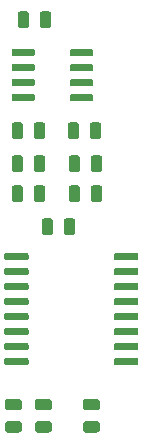
<source format=gbr>
G04 #@! TF.GenerationSoftware,KiCad,Pcbnew,(5.1.5)-3*
G04 #@! TF.CreationDate,2020-12-04T11:48:41+08:00*
G04 #@! TF.ProjectId,Clock PCB,436c6f63-6b20-4504-9342-2e6b69636164,rev?*
G04 #@! TF.SameCoordinates,Original*
G04 #@! TF.FileFunction,Paste,Bot*
G04 #@! TF.FilePolarity,Positive*
%FSLAX46Y46*%
G04 Gerber Fmt 4.6, Leading zero omitted, Abs format (unit mm)*
G04 Created by KiCad (PCBNEW (5.1.5)-3) date 2020-12-04 11:48:41*
%MOMM*%
%LPD*%
G04 APERTURE LIST*
%ADD10C,0.150000*%
G04 APERTURE END LIST*
D10*
G36*
X171846703Y-76662722D02*
G01*
X171861264Y-76664882D01*
X171875543Y-76668459D01*
X171889403Y-76673418D01*
X171902710Y-76679712D01*
X171915336Y-76687280D01*
X171927159Y-76696048D01*
X171938066Y-76705934D01*
X171947952Y-76716841D01*
X171956720Y-76728664D01*
X171964288Y-76741290D01*
X171970582Y-76754597D01*
X171975541Y-76768457D01*
X171979118Y-76782736D01*
X171981278Y-76797297D01*
X171982000Y-76812000D01*
X171982000Y-77112000D01*
X171981278Y-77126703D01*
X171979118Y-77141264D01*
X171975541Y-77155543D01*
X171970582Y-77169403D01*
X171964288Y-77182710D01*
X171956720Y-77195336D01*
X171947952Y-77207159D01*
X171938066Y-77218066D01*
X171927159Y-77227952D01*
X171915336Y-77236720D01*
X171902710Y-77244288D01*
X171889403Y-77250582D01*
X171875543Y-77255541D01*
X171861264Y-77259118D01*
X171846703Y-77261278D01*
X171832000Y-77262000D01*
X170182000Y-77262000D01*
X170167297Y-77261278D01*
X170152736Y-77259118D01*
X170138457Y-77255541D01*
X170124597Y-77250582D01*
X170111290Y-77244288D01*
X170098664Y-77236720D01*
X170086841Y-77227952D01*
X170075934Y-77218066D01*
X170066048Y-77207159D01*
X170057280Y-77195336D01*
X170049712Y-77182710D01*
X170043418Y-77169403D01*
X170038459Y-77155543D01*
X170034882Y-77141264D01*
X170032722Y-77126703D01*
X170032000Y-77112000D01*
X170032000Y-76812000D01*
X170032722Y-76797297D01*
X170034882Y-76782736D01*
X170038459Y-76768457D01*
X170043418Y-76754597D01*
X170049712Y-76741290D01*
X170057280Y-76728664D01*
X170066048Y-76716841D01*
X170075934Y-76705934D01*
X170086841Y-76696048D01*
X170098664Y-76687280D01*
X170111290Y-76679712D01*
X170124597Y-76673418D01*
X170138457Y-76668459D01*
X170152736Y-76664882D01*
X170167297Y-76662722D01*
X170182000Y-76662000D01*
X171832000Y-76662000D01*
X171846703Y-76662722D01*
G37*
G36*
X171846703Y-77932722D02*
G01*
X171861264Y-77934882D01*
X171875543Y-77938459D01*
X171889403Y-77943418D01*
X171902710Y-77949712D01*
X171915336Y-77957280D01*
X171927159Y-77966048D01*
X171938066Y-77975934D01*
X171947952Y-77986841D01*
X171956720Y-77998664D01*
X171964288Y-78011290D01*
X171970582Y-78024597D01*
X171975541Y-78038457D01*
X171979118Y-78052736D01*
X171981278Y-78067297D01*
X171982000Y-78082000D01*
X171982000Y-78382000D01*
X171981278Y-78396703D01*
X171979118Y-78411264D01*
X171975541Y-78425543D01*
X171970582Y-78439403D01*
X171964288Y-78452710D01*
X171956720Y-78465336D01*
X171947952Y-78477159D01*
X171938066Y-78488066D01*
X171927159Y-78497952D01*
X171915336Y-78506720D01*
X171902710Y-78514288D01*
X171889403Y-78520582D01*
X171875543Y-78525541D01*
X171861264Y-78529118D01*
X171846703Y-78531278D01*
X171832000Y-78532000D01*
X170182000Y-78532000D01*
X170167297Y-78531278D01*
X170152736Y-78529118D01*
X170138457Y-78525541D01*
X170124597Y-78520582D01*
X170111290Y-78514288D01*
X170098664Y-78506720D01*
X170086841Y-78497952D01*
X170075934Y-78488066D01*
X170066048Y-78477159D01*
X170057280Y-78465336D01*
X170049712Y-78452710D01*
X170043418Y-78439403D01*
X170038459Y-78425543D01*
X170034882Y-78411264D01*
X170032722Y-78396703D01*
X170032000Y-78382000D01*
X170032000Y-78082000D01*
X170032722Y-78067297D01*
X170034882Y-78052736D01*
X170038459Y-78038457D01*
X170043418Y-78024597D01*
X170049712Y-78011290D01*
X170057280Y-77998664D01*
X170066048Y-77986841D01*
X170075934Y-77975934D01*
X170086841Y-77966048D01*
X170098664Y-77957280D01*
X170111290Y-77949712D01*
X170124597Y-77943418D01*
X170138457Y-77938459D01*
X170152736Y-77934882D01*
X170167297Y-77932722D01*
X170182000Y-77932000D01*
X171832000Y-77932000D01*
X171846703Y-77932722D01*
G37*
G36*
X171846703Y-79202722D02*
G01*
X171861264Y-79204882D01*
X171875543Y-79208459D01*
X171889403Y-79213418D01*
X171902710Y-79219712D01*
X171915336Y-79227280D01*
X171927159Y-79236048D01*
X171938066Y-79245934D01*
X171947952Y-79256841D01*
X171956720Y-79268664D01*
X171964288Y-79281290D01*
X171970582Y-79294597D01*
X171975541Y-79308457D01*
X171979118Y-79322736D01*
X171981278Y-79337297D01*
X171982000Y-79352000D01*
X171982000Y-79652000D01*
X171981278Y-79666703D01*
X171979118Y-79681264D01*
X171975541Y-79695543D01*
X171970582Y-79709403D01*
X171964288Y-79722710D01*
X171956720Y-79735336D01*
X171947952Y-79747159D01*
X171938066Y-79758066D01*
X171927159Y-79767952D01*
X171915336Y-79776720D01*
X171902710Y-79784288D01*
X171889403Y-79790582D01*
X171875543Y-79795541D01*
X171861264Y-79799118D01*
X171846703Y-79801278D01*
X171832000Y-79802000D01*
X170182000Y-79802000D01*
X170167297Y-79801278D01*
X170152736Y-79799118D01*
X170138457Y-79795541D01*
X170124597Y-79790582D01*
X170111290Y-79784288D01*
X170098664Y-79776720D01*
X170086841Y-79767952D01*
X170075934Y-79758066D01*
X170066048Y-79747159D01*
X170057280Y-79735336D01*
X170049712Y-79722710D01*
X170043418Y-79709403D01*
X170038459Y-79695543D01*
X170034882Y-79681264D01*
X170032722Y-79666703D01*
X170032000Y-79652000D01*
X170032000Y-79352000D01*
X170032722Y-79337297D01*
X170034882Y-79322736D01*
X170038459Y-79308457D01*
X170043418Y-79294597D01*
X170049712Y-79281290D01*
X170057280Y-79268664D01*
X170066048Y-79256841D01*
X170075934Y-79245934D01*
X170086841Y-79236048D01*
X170098664Y-79227280D01*
X170111290Y-79219712D01*
X170124597Y-79213418D01*
X170138457Y-79208459D01*
X170152736Y-79204882D01*
X170167297Y-79202722D01*
X170182000Y-79202000D01*
X171832000Y-79202000D01*
X171846703Y-79202722D01*
G37*
G36*
X171846703Y-80472722D02*
G01*
X171861264Y-80474882D01*
X171875543Y-80478459D01*
X171889403Y-80483418D01*
X171902710Y-80489712D01*
X171915336Y-80497280D01*
X171927159Y-80506048D01*
X171938066Y-80515934D01*
X171947952Y-80526841D01*
X171956720Y-80538664D01*
X171964288Y-80551290D01*
X171970582Y-80564597D01*
X171975541Y-80578457D01*
X171979118Y-80592736D01*
X171981278Y-80607297D01*
X171982000Y-80622000D01*
X171982000Y-80922000D01*
X171981278Y-80936703D01*
X171979118Y-80951264D01*
X171975541Y-80965543D01*
X171970582Y-80979403D01*
X171964288Y-80992710D01*
X171956720Y-81005336D01*
X171947952Y-81017159D01*
X171938066Y-81028066D01*
X171927159Y-81037952D01*
X171915336Y-81046720D01*
X171902710Y-81054288D01*
X171889403Y-81060582D01*
X171875543Y-81065541D01*
X171861264Y-81069118D01*
X171846703Y-81071278D01*
X171832000Y-81072000D01*
X170182000Y-81072000D01*
X170167297Y-81071278D01*
X170152736Y-81069118D01*
X170138457Y-81065541D01*
X170124597Y-81060582D01*
X170111290Y-81054288D01*
X170098664Y-81046720D01*
X170086841Y-81037952D01*
X170075934Y-81028066D01*
X170066048Y-81017159D01*
X170057280Y-81005336D01*
X170049712Y-80992710D01*
X170043418Y-80979403D01*
X170038459Y-80965543D01*
X170034882Y-80951264D01*
X170032722Y-80936703D01*
X170032000Y-80922000D01*
X170032000Y-80622000D01*
X170032722Y-80607297D01*
X170034882Y-80592736D01*
X170038459Y-80578457D01*
X170043418Y-80564597D01*
X170049712Y-80551290D01*
X170057280Y-80538664D01*
X170066048Y-80526841D01*
X170075934Y-80515934D01*
X170086841Y-80506048D01*
X170098664Y-80497280D01*
X170111290Y-80489712D01*
X170124597Y-80483418D01*
X170138457Y-80478459D01*
X170152736Y-80474882D01*
X170167297Y-80472722D01*
X170182000Y-80472000D01*
X171832000Y-80472000D01*
X171846703Y-80472722D01*
G37*
G36*
X176796703Y-80472722D02*
G01*
X176811264Y-80474882D01*
X176825543Y-80478459D01*
X176839403Y-80483418D01*
X176852710Y-80489712D01*
X176865336Y-80497280D01*
X176877159Y-80506048D01*
X176888066Y-80515934D01*
X176897952Y-80526841D01*
X176906720Y-80538664D01*
X176914288Y-80551290D01*
X176920582Y-80564597D01*
X176925541Y-80578457D01*
X176929118Y-80592736D01*
X176931278Y-80607297D01*
X176932000Y-80622000D01*
X176932000Y-80922000D01*
X176931278Y-80936703D01*
X176929118Y-80951264D01*
X176925541Y-80965543D01*
X176920582Y-80979403D01*
X176914288Y-80992710D01*
X176906720Y-81005336D01*
X176897952Y-81017159D01*
X176888066Y-81028066D01*
X176877159Y-81037952D01*
X176865336Y-81046720D01*
X176852710Y-81054288D01*
X176839403Y-81060582D01*
X176825543Y-81065541D01*
X176811264Y-81069118D01*
X176796703Y-81071278D01*
X176782000Y-81072000D01*
X175132000Y-81072000D01*
X175117297Y-81071278D01*
X175102736Y-81069118D01*
X175088457Y-81065541D01*
X175074597Y-81060582D01*
X175061290Y-81054288D01*
X175048664Y-81046720D01*
X175036841Y-81037952D01*
X175025934Y-81028066D01*
X175016048Y-81017159D01*
X175007280Y-81005336D01*
X174999712Y-80992710D01*
X174993418Y-80979403D01*
X174988459Y-80965543D01*
X174984882Y-80951264D01*
X174982722Y-80936703D01*
X174982000Y-80922000D01*
X174982000Y-80622000D01*
X174982722Y-80607297D01*
X174984882Y-80592736D01*
X174988459Y-80578457D01*
X174993418Y-80564597D01*
X174999712Y-80551290D01*
X175007280Y-80538664D01*
X175016048Y-80526841D01*
X175025934Y-80515934D01*
X175036841Y-80506048D01*
X175048664Y-80497280D01*
X175061290Y-80489712D01*
X175074597Y-80483418D01*
X175088457Y-80478459D01*
X175102736Y-80474882D01*
X175117297Y-80472722D01*
X175132000Y-80472000D01*
X176782000Y-80472000D01*
X176796703Y-80472722D01*
G37*
G36*
X176796703Y-79202722D02*
G01*
X176811264Y-79204882D01*
X176825543Y-79208459D01*
X176839403Y-79213418D01*
X176852710Y-79219712D01*
X176865336Y-79227280D01*
X176877159Y-79236048D01*
X176888066Y-79245934D01*
X176897952Y-79256841D01*
X176906720Y-79268664D01*
X176914288Y-79281290D01*
X176920582Y-79294597D01*
X176925541Y-79308457D01*
X176929118Y-79322736D01*
X176931278Y-79337297D01*
X176932000Y-79352000D01*
X176932000Y-79652000D01*
X176931278Y-79666703D01*
X176929118Y-79681264D01*
X176925541Y-79695543D01*
X176920582Y-79709403D01*
X176914288Y-79722710D01*
X176906720Y-79735336D01*
X176897952Y-79747159D01*
X176888066Y-79758066D01*
X176877159Y-79767952D01*
X176865336Y-79776720D01*
X176852710Y-79784288D01*
X176839403Y-79790582D01*
X176825543Y-79795541D01*
X176811264Y-79799118D01*
X176796703Y-79801278D01*
X176782000Y-79802000D01*
X175132000Y-79802000D01*
X175117297Y-79801278D01*
X175102736Y-79799118D01*
X175088457Y-79795541D01*
X175074597Y-79790582D01*
X175061290Y-79784288D01*
X175048664Y-79776720D01*
X175036841Y-79767952D01*
X175025934Y-79758066D01*
X175016048Y-79747159D01*
X175007280Y-79735336D01*
X174999712Y-79722710D01*
X174993418Y-79709403D01*
X174988459Y-79695543D01*
X174984882Y-79681264D01*
X174982722Y-79666703D01*
X174982000Y-79652000D01*
X174982000Y-79352000D01*
X174982722Y-79337297D01*
X174984882Y-79322736D01*
X174988459Y-79308457D01*
X174993418Y-79294597D01*
X174999712Y-79281290D01*
X175007280Y-79268664D01*
X175016048Y-79256841D01*
X175025934Y-79245934D01*
X175036841Y-79236048D01*
X175048664Y-79227280D01*
X175061290Y-79219712D01*
X175074597Y-79213418D01*
X175088457Y-79208459D01*
X175102736Y-79204882D01*
X175117297Y-79202722D01*
X175132000Y-79202000D01*
X176782000Y-79202000D01*
X176796703Y-79202722D01*
G37*
G36*
X176796703Y-77932722D02*
G01*
X176811264Y-77934882D01*
X176825543Y-77938459D01*
X176839403Y-77943418D01*
X176852710Y-77949712D01*
X176865336Y-77957280D01*
X176877159Y-77966048D01*
X176888066Y-77975934D01*
X176897952Y-77986841D01*
X176906720Y-77998664D01*
X176914288Y-78011290D01*
X176920582Y-78024597D01*
X176925541Y-78038457D01*
X176929118Y-78052736D01*
X176931278Y-78067297D01*
X176932000Y-78082000D01*
X176932000Y-78382000D01*
X176931278Y-78396703D01*
X176929118Y-78411264D01*
X176925541Y-78425543D01*
X176920582Y-78439403D01*
X176914288Y-78452710D01*
X176906720Y-78465336D01*
X176897952Y-78477159D01*
X176888066Y-78488066D01*
X176877159Y-78497952D01*
X176865336Y-78506720D01*
X176852710Y-78514288D01*
X176839403Y-78520582D01*
X176825543Y-78525541D01*
X176811264Y-78529118D01*
X176796703Y-78531278D01*
X176782000Y-78532000D01*
X175132000Y-78532000D01*
X175117297Y-78531278D01*
X175102736Y-78529118D01*
X175088457Y-78525541D01*
X175074597Y-78520582D01*
X175061290Y-78514288D01*
X175048664Y-78506720D01*
X175036841Y-78497952D01*
X175025934Y-78488066D01*
X175016048Y-78477159D01*
X175007280Y-78465336D01*
X174999712Y-78452710D01*
X174993418Y-78439403D01*
X174988459Y-78425543D01*
X174984882Y-78411264D01*
X174982722Y-78396703D01*
X174982000Y-78382000D01*
X174982000Y-78082000D01*
X174982722Y-78067297D01*
X174984882Y-78052736D01*
X174988459Y-78038457D01*
X174993418Y-78024597D01*
X174999712Y-78011290D01*
X175007280Y-77998664D01*
X175016048Y-77986841D01*
X175025934Y-77975934D01*
X175036841Y-77966048D01*
X175048664Y-77957280D01*
X175061290Y-77949712D01*
X175074597Y-77943418D01*
X175088457Y-77938459D01*
X175102736Y-77934882D01*
X175117297Y-77932722D01*
X175132000Y-77932000D01*
X176782000Y-77932000D01*
X176796703Y-77932722D01*
G37*
G36*
X176796703Y-76662722D02*
G01*
X176811264Y-76664882D01*
X176825543Y-76668459D01*
X176839403Y-76673418D01*
X176852710Y-76679712D01*
X176865336Y-76687280D01*
X176877159Y-76696048D01*
X176888066Y-76705934D01*
X176897952Y-76716841D01*
X176906720Y-76728664D01*
X176914288Y-76741290D01*
X176920582Y-76754597D01*
X176925541Y-76768457D01*
X176929118Y-76782736D01*
X176931278Y-76797297D01*
X176932000Y-76812000D01*
X176932000Y-77112000D01*
X176931278Y-77126703D01*
X176929118Y-77141264D01*
X176925541Y-77155543D01*
X176920582Y-77169403D01*
X176914288Y-77182710D01*
X176906720Y-77195336D01*
X176897952Y-77207159D01*
X176888066Y-77218066D01*
X176877159Y-77227952D01*
X176865336Y-77236720D01*
X176852710Y-77244288D01*
X176839403Y-77250582D01*
X176825543Y-77255541D01*
X176811264Y-77259118D01*
X176796703Y-77261278D01*
X176782000Y-77262000D01*
X175132000Y-77262000D01*
X175117297Y-77261278D01*
X175102736Y-77259118D01*
X175088457Y-77255541D01*
X175074597Y-77250582D01*
X175061290Y-77244288D01*
X175048664Y-77236720D01*
X175036841Y-77227952D01*
X175025934Y-77218066D01*
X175016048Y-77207159D01*
X175007280Y-77195336D01*
X174999712Y-77182710D01*
X174993418Y-77169403D01*
X174988459Y-77155543D01*
X174984882Y-77141264D01*
X174982722Y-77126703D01*
X174982000Y-77112000D01*
X174982000Y-76812000D01*
X174982722Y-76797297D01*
X174984882Y-76782736D01*
X174988459Y-76768457D01*
X174993418Y-76754597D01*
X174999712Y-76741290D01*
X175007280Y-76728664D01*
X175016048Y-76716841D01*
X175025934Y-76705934D01*
X175036841Y-76696048D01*
X175048664Y-76687280D01*
X175061290Y-76679712D01*
X175074597Y-76673418D01*
X175088457Y-76668459D01*
X175102736Y-76664882D01*
X175117297Y-76662722D01*
X175132000Y-76662000D01*
X176782000Y-76662000D01*
X176796703Y-76662722D01*
G37*
G36*
X171323703Y-93934722D02*
G01*
X171338264Y-93936882D01*
X171352543Y-93940459D01*
X171366403Y-93945418D01*
X171379710Y-93951712D01*
X171392336Y-93959280D01*
X171404159Y-93968048D01*
X171415066Y-93977934D01*
X171424952Y-93988841D01*
X171433720Y-94000664D01*
X171441288Y-94013290D01*
X171447582Y-94026597D01*
X171452541Y-94040457D01*
X171456118Y-94054736D01*
X171458278Y-94069297D01*
X171459000Y-94084000D01*
X171459000Y-94384000D01*
X171458278Y-94398703D01*
X171456118Y-94413264D01*
X171452541Y-94427543D01*
X171447582Y-94441403D01*
X171441288Y-94454710D01*
X171433720Y-94467336D01*
X171424952Y-94479159D01*
X171415066Y-94490066D01*
X171404159Y-94499952D01*
X171392336Y-94508720D01*
X171379710Y-94516288D01*
X171366403Y-94522582D01*
X171352543Y-94527541D01*
X171338264Y-94531118D01*
X171323703Y-94533278D01*
X171309000Y-94534000D01*
X169559000Y-94534000D01*
X169544297Y-94533278D01*
X169529736Y-94531118D01*
X169515457Y-94527541D01*
X169501597Y-94522582D01*
X169488290Y-94516288D01*
X169475664Y-94508720D01*
X169463841Y-94499952D01*
X169452934Y-94490066D01*
X169443048Y-94479159D01*
X169434280Y-94467336D01*
X169426712Y-94454710D01*
X169420418Y-94441403D01*
X169415459Y-94427543D01*
X169411882Y-94413264D01*
X169409722Y-94398703D01*
X169409000Y-94384000D01*
X169409000Y-94084000D01*
X169409722Y-94069297D01*
X169411882Y-94054736D01*
X169415459Y-94040457D01*
X169420418Y-94026597D01*
X169426712Y-94013290D01*
X169434280Y-94000664D01*
X169443048Y-93988841D01*
X169452934Y-93977934D01*
X169463841Y-93968048D01*
X169475664Y-93959280D01*
X169488290Y-93951712D01*
X169501597Y-93945418D01*
X169515457Y-93940459D01*
X169529736Y-93936882D01*
X169544297Y-93934722D01*
X169559000Y-93934000D01*
X171309000Y-93934000D01*
X171323703Y-93934722D01*
G37*
G36*
X171323703Y-95204722D02*
G01*
X171338264Y-95206882D01*
X171352543Y-95210459D01*
X171366403Y-95215418D01*
X171379710Y-95221712D01*
X171392336Y-95229280D01*
X171404159Y-95238048D01*
X171415066Y-95247934D01*
X171424952Y-95258841D01*
X171433720Y-95270664D01*
X171441288Y-95283290D01*
X171447582Y-95296597D01*
X171452541Y-95310457D01*
X171456118Y-95324736D01*
X171458278Y-95339297D01*
X171459000Y-95354000D01*
X171459000Y-95654000D01*
X171458278Y-95668703D01*
X171456118Y-95683264D01*
X171452541Y-95697543D01*
X171447582Y-95711403D01*
X171441288Y-95724710D01*
X171433720Y-95737336D01*
X171424952Y-95749159D01*
X171415066Y-95760066D01*
X171404159Y-95769952D01*
X171392336Y-95778720D01*
X171379710Y-95786288D01*
X171366403Y-95792582D01*
X171352543Y-95797541D01*
X171338264Y-95801118D01*
X171323703Y-95803278D01*
X171309000Y-95804000D01*
X169559000Y-95804000D01*
X169544297Y-95803278D01*
X169529736Y-95801118D01*
X169515457Y-95797541D01*
X169501597Y-95792582D01*
X169488290Y-95786288D01*
X169475664Y-95778720D01*
X169463841Y-95769952D01*
X169452934Y-95760066D01*
X169443048Y-95749159D01*
X169434280Y-95737336D01*
X169426712Y-95724710D01*
X169420418Y-95711403D01*
X169415459Y-95697543D01*
X169411882Y-95683264D01*
X169409722Y-95668703D01*
X169409000Y-95654000D01*
X169409000Y-95354000D01*
X169409722Y-95339297D01*
X169411882Y-95324736D01*
X169415459Y-95310457D01*
X169420418Y-95296597D01*
X169426712Y-95283290D01*
X169434280Y-95270664D01*
X169443048Y-95258841D01*
X169452934Y-95247934D01*
X169463841Y-95238048D01*
X169475664Y-95229280D01*
X169488290Y-95221712D01*
X169501597Y-95215418D01*
X169515457Y-95210459D01*
X169529736Y-95206882D01*
X169544297Y-95204722D01*
X169559000Y-95204000D01*
X171309000Y-95204000D01*
X171323703Y-95204722D01*
G37*
G36*
X171323703Y-96474722D02*
G01*
X171338264Y-96476882D01*
X171352543Y-96480459D01*
X171366403Y-96485418D01*
X171379710Y-96491712D01*
X171392336Y-96499280D01*
X171404159Y-96508048D01*
X171415066Y-96517934D01*
X171424952Y-96528841D01*
X171433720Y-96540664D01*
X171441288Y-96553290D01*
X171447582Y-96566597D01*
X171452541Y-96580457D01*
X171456118Y-96594736D01*
X171458278Y-96609297D01*
X171459000Y-96624000D01*
X171459000Y-96924000D01*
X171458278Y-96938703D01*
X171456118Y-96953264D01*
X171452541Y-96967543D01*
X171447582Y-96981403D01*
X171441288Y-96994710D01*
X171433720Y-97007336D01*
X171424952Y-97019159D01*
X171415066Y-97030066D01*
X171404159Y-97039952D01*
X171392336Y-97048720D01*
X171379710Y-97056288D01*
X171366403Y-97062582D01*
X171352543Y-97067541D01*
X171338264Y-97071118D01*
X171323703Y-97073278D01*
X171309000Y-97074000D01*
X169559000Y-97074000D01*
X169544297Y-97073278D01*
X169529736Y-97071118D01*
X169515457Y-97067541D01*
X169501597Y-97062582D01*
X169488290Y-97056288D01*
X169475664Y-97048720D01*
X169463841Y-97039952D01*
X169452934Y-97030066D01*
X169443048Y-97019159D01*
X169434280Y-97007336D01*
X169426712Y-96994710D01*
X169420418Y-96981403D01*
X169415459Y-96967543D01*
X169411882Y-96953264D01*
X169409722Y-96938703D01*
X169409000Y-96924000D01*
X169409000Y-96624000D01*
X169409722Y-96609297D01*
X169411882Y-96594736D01*
X169415459Y-96580457D01*
X169420418Y-96566597D01*
X169426712Y-96553290D01*
X169434280Y-96540664D01*
X169443048Y-96528841D01*
X169452934Y-96517934D01*
X169463841Y-96508048D01*
X169475664Y-96499280D01*
X169488290Y-96491712D01*
X169501597Y-96485418D01*
X169515457Y-96480459D01*
X169529736Y-96476882D01*
X169544297Y-96474722D01*
X169559000Y-96474000D01*
X171309000Y-96474000D01*
X171323703Y-96474722D01*
G37*
G36*
X171323703Y-97744722D02*
G01*
X171338264Y-97746882D01*
X171352543Y-97750459D01*
X171366403Y-97755418D01*
X171379710Y-97761712D01*
X171392336Y-97769280D01*
X171404159Y-97778048D01*
X171415066Y-97787934D01*
X171424952Y-97798841D01*
X171433720Y-97810664D01*
X171441288Y-97823290D01*
X171447582Y-97836597D01*
X171452541Y-97850457D01*
X171456118Y-97864736D01*
X171458278Y-97879297D01*
X171459000Y-97894000D01*
X171459000Y-98194000D01*
X171458278Y-98208703D01*
X171456118Y-98223264D01*
X171452541Y-98237543D01*
X171447582Y-98251403D01*
X171441288Y-98264710D01*
X171433720Y-98277336D01*
X171424952Y-98289159D01*
X171415066Y-98300066D01*
X171404159Y-98309952D01*
X171392336Y-98318720D01*
X171379710Y-98326288D01*
X171366403Y-98332582D01*
X171352543Y-98337541D01*
X171338264Y-98341118D01*
X171323703Y-98343278D01*
X171309000Y-98344000D01*
X169559000Y-98344000D01*
X169544297Y-98343278D01*
X169529736Y-98341118D01*
X169515457Y-98337541D01*
X169501597Y-98332582D01*
X169488290Y-98326288D01*
X169475664Y-98318720D01*
X169463841Y-98309952D01*
X169452934Y-98300066D01*
X169443048Y-98289159D01*
X169434280Y-98277336D01*
X169426712Y-98264710D01*
X169420418Y-98251403D01*
X169415459Y-98237543D01*
X169411882Y-98223264D01*
X169409722Y-98208703D01*
X169409000Y-98194000D01*
X169409000Y-97894000D01*
X169409722Y-97879297D01*
X169411882Y-97864736D01*
X169415459Y-97850457D01*
X169420418Y-97836597D01*
X169426712Y-97823290D01*
X169434280Y-97810664D01*
X169443048Y-97798841D01*
X169452934Y-97787934D01*
X169463841Y-97778048D01*
X169475664Y-97769280D01*
X169488290Y-97761712D01*
X169501597Y-97755418D01*
X169515457Y-97750459D01*
X169529736Y-97746882D01*
X169544297Y-97744722D01*
X169559000Y-97744000D01*
X171309000Y-97744000D01*
X171323703Y-97744722D01*
G37*
G36*
X171323703Y-99014722D02*
G01*
X171338264Y-99016882D01*
X171352543Y-99020459D01*
X171366403Y-99025418D01*
X171379710Y-99031712D01*
X171392336Y-99039280D01*
X171404159Y-99048048D01*
X171415066Y-99057934D01*
X171424952Y-99068841D01*
X171433720Y-99080664D01*
X171441288Y-99093290D01*
X171447582Y-99106597D01*
X171452541Y-99120457D01*
X171456118Y-99134736D01*
X171458278Y-99149297D01*
X171459000Y-99164000D01*
X171459000Y-99464000D01*
X171458278Y-99478703D01*
X171456118Y-99493264D01*
X171452541Y-99507543D01*
X171447582Y-99521403D01*
X171441288Y-99534710D01*
X171433720Y-99547336D01*
X171424952Y-99559159D01*
X171415066Y-99570066D01*
X171404159Y-99579952D01*
X171392336Y-99588720D01*
X171379710Y-99596288D01*
X171366403Y-99602582D01*
X171352543Y-99607541D01*
X171338264Y-99611118D01*
X171323703Y-99613278D01*
X171309000Y-99614000D01*
X169559000Y-99614000D01*
X169544297Y-99613278D01*
X169529736Y-99611118D01*
X169515457Y-99607541D01*
X169501597Y-99602582D01*
X169488290Y-99596288D01*
X169475664Y-99588720D01*
X169463841Y-99579952D01*
X169452934Y-99570066D01*
X169443048Y-99559159D01*
X169434280Y-99547336D01*
X169426712Y-99534710D01*
X169420418Y-99521403D01*
X169415459Y-99507543D01*
X169411882Y-99493264D01*
X169409722Y-99478703D01*
X169409000Y-99464000D01*
X169409000Y-99164000D01*
X169409722Y-99149297D01*
X169411882Y-99134736D01*
X169415459Y-99120457D01*
X169420418Y-99106597D01*
X169426712Y-99093290D01*
X169434280Y-99080664D01*
X169443048Y-99068841D01*
X169452934Y-99057934D01*
X169463841Y-99048048D01*
X169475664Y-99039280D01*
X169488290Y-99031712D01*
X169501597Y-99025418D01*
X169515457Y-99020459D01*
X169529736Y-99016882D01*
X169544297Y-99014722D01*
X169559000Y-99014000D01*
X171309000Y-99014000D01*
X171323703Y-99014722D01*
G37*
G36*
X171323703Y-100284722D02*
G01*
X171338264Y-100286882D01*
X171352543Y-100290459D01*
X171366403Y-100295418D01*
X171379710Y-100301712D01*
X171392336Y-100309280D01*
X171404159Y-100318048D01*
X171415066Y-100327934D01*
X171424952Y-100338841D01*
X171433720Y-100350664D01*
X171441288Y-100363290D01*
X171447582Y-100376597D01*
X171452541Y-100390457D01*
X171456118Y-100404736D01*
X171458278Y-100419297D01*
X171459000Y-100434000D01*
X171459000Y-100734000D01*
X171458278Y-100748703D01*
X171456118Y-100763264D01*
X171452541Y-100777543D01*
X171447582Y-100791403D01*
X171441288Y-100804710D01*
X171433720Y-100817336D01*
X171424952Y-100829159D01*
X171415066Y-100840066D01*
X171404159Y-100849952D01*
X171392336Y-100858720D01*
X171379710Y-100866288D01*
X171366403Y-100872582D01*
X171352543Y-100877541D01*
X171338264Y-100881118D01*
X171323703Y-100883278D01*
X171309000Y-100884000D01*
X169559000Y-100884000D01*
X169544297Y-100883278D01*
X169529736Y-100881118D01*
X169515457Y-100877541D01*
X169501597Y-100872582D01*
X169488290Y-100866288D01*
X169475664Y-100858720D01*
X169463841Y-100849952D01*
X169452934Y-100840066D01*
X169443048Y-100829159D01*
X169434280Y-100817336D01*
X169426712Y-100804710D01*
X169420418Y-100791403D01*
X169415459Y-100777543D01*
X169411882Y-100763264D01*
X169409722Y-100748703D01*
X169409000Y-100734000D01*
X169409000Y-100434000D01*
X169409722Y-100419297D01*
X169411882Y-100404736D01*
X169415459Y-100390457D01*
X169420418Y-100376597D01*
X169426712Y-100363290D01*
X169434280Y-100350664D01*
X169443048Y-100338841D01*
X169452934Y-100327934D01*
X169463841Y-100318048D01*
X169475664Y-100309280D01*
X169488290Y-100301712D01*
X169501597Y-100295418D01*
X169515457Y-100290459D01*
X169529736Y-100286882D01*
X169544297Y-100284722D01*
X169559000Y-100284000D01*
X171309000Y-100284000D01*
X171323703Y-100284722D01*
G37*
G36*
X171323703Y-101554722D02*
G01*
X171338264Y-101556882D01*
X171352543Y-101560459D01*
X171366403Y-101565418D01*
X171379710Y-101571712D01*
X171392336Y-101579280D01*
X171404159Y-101588048D01*
X171415066Y-101597934D01*
X171424952Y-101608841D01*
X171433720Y-101620664D01*
X171441288Y-101633290D01*
X171447582Y-101646597D01*
X171452541Y-101660457D01*
X171456118Y-101674736D01*
X171458278Y-101689297D01*
X171459000Y-101704000D01*
X171459000Y-102004000D01*
X171458278Y-102018703D01*
X171456118Y-102033264D01*
X171452541Y-102047543D01*
X171447582Y-102061403D01*
X171441288Y-102074710D01*
X171433720Y-102087336D01*
X171424952Y-102099159D01*
X171415066Y-102110066D01*
X171404159Y-102119952D01*
X171392336Y-102128720D01*
X171379710Y-102136288D01*
X171366403Y-102142582D01*
X171352543Y-102147541D01*
X171338264Y-102151118D01*
X171323703Y-102153278D01*
X171309000Y-102154000D01*
X169559000Y-102154000D01*
X169544297Y-102153278D01*
X169529736Y-102151118D01*
X169515457Y-102147541D01*
X169501597Y-102142582D01*
X169488290Y-102136288D01*
X169475664Y-102128720D01*
X169463841Y-102119952D01*
X169452934Y-102110066D01*
X169443048Y-102099159D01*
X169434280Y-102087336D01*
X169426712Y-102074710D01*
X169420418Y-102061403D01*
X169415459Y-102047543D01*
X169411882Y-102033264D01*
X169409722Y-102018703D01*
X169409000Y-102004000D01*
X169409000Y-101704000D01*
X169409722Y-101689297D01*
X169411882Y-101674736D01*
X169415459Y-101660457D01*
X169420418Y-101646597D01*
X169426712Y-101633290D01*
X169434280Y-101620664D01*
X169443048Y-101608841D01*
X169452934Y-101597934D01*
X169463841Y-101588048D01*
X169475664Y-101579280D01*
X169488290Y-101571712D01*
X169501597Y-101565418D01*
X169515457Y-101560459D01*
X169529736Y-101556882D01*
X169544297Y-101554722D01*
X169559000Y-101554000D01*
X171309000Y-101554000D01*
X171323703Y-101554722D01*
G37*
G36*
X171323703Y-102824722D02*
G01*
X171338264Y-102826882D01*
X171352543Y-102830459D01*
X171366403Y-102835418D01*
X171379710Y-102841712D01*
X171392336Y-102849280D01*
X171404159Y-102858048D01*
X171415066Y-102867934D01*
X171424952Y-102878841D01*
X171433720Y-102890664D01*
X171441288Y-102903290D01*
X171447582Y-102916597D01*
X171452541Y-102930457D01*
X171456118Y-102944736D01*
X171458278Y-102959297D01*
X171459000Y-102974000D01*
X171459000Y-103274000D01*
X171458278Y-103288703D01*
X171456118Y-103303264D01*
X171452541Y-103317543D01*
X171447582Y-103331403D01*
X171441288Y-103344710D01*
X171433720Y-103357336D01*
X171424952Y-103369159D01*
X171415066Y-103380066D01*
X171404159Y-103389952D01*
X171392336Y-103398720D01*
X171379710Y-103406288D01*
X171366403Y-103412582D01*
X171352543Y-103417541D01*
X171338264Y-103421118D01*
X171323703Y-103423278D01*
X171309000Y-103424000D01*
X169559000Y-103424000D01*
X169544297Y-103423278D01*
X169529736Y-103421118D01*
X169515457Y-103417541D01*
X169501597Y-103412582D01*
X169488290Y-103406288D01*
X169475664Y-103398720D01*
X169463841Y-103389952D01*
X169452934Y-103380066D01*
X169443048Y-103369159D01*
X169434280Y-103357336D01*
X169426712Y-103344710D01*
X169420418Y-103331403D01*
X169415459Y-103317543D01*
X169411882Y-103303264D01*
X169409722Y-103288703D01*
X169409000Y-103274000D01*
X169409000Y-102974000D01*
X169409722Y-102959297D01*
X169411882Y-102944736D01*
X169415459Y-102930457D01*
X169420418Y-102916597D01*
X169426712Y-102903290D01*
X169434280Y-102890664D01*
X169443048Y-102878841D01*
X169452934Y-102867934D01*
X169463841Y-102858048D01*
X169475664Y-102849280D01*
X169488290Y-102841712D01*
X169501597Y-102835418D01*
X169515457Y-102830459D01*
X169529736Y-102826882D01*
X169544297Y-102824722D01*
X169559000Y-102824000D01*
X171309000Y-102824000D01*
X171323703Y-102824722D01*
G37*
G36*
X180623703Y-102824722D02*
G01*
X180638264Y-102826882D01*
X180652543Y-102830459D01*
X180666403Y-102835418D01*
X180679710Y-102841712D01*
X180692336Y-102849280D01*
X180704159Y-102858048D01*
X180715066Y-102867934D01*
X180724952Y-102878841D01*
X180733720Y-102890664D01*
X180741288Y-102903290D01*
X180747582Y-102916597D01*
X180752541Y-102930457D01*
X180756118Y-102944736D01*
X180758278Y-102959297D01*
X180759000Y-102974000D01*
X180759000Y-103274000D01*
X180758278Y-103288703D01*
X180756118Y-103303264D01*
X180752541Y-103317543D01*
X180747582Y-103331403D01*
X180741288Y-103344710D01*
X180733720Y-103357336D01*
X180724952Y-103369159D01*
X180715066Y-103380066D01*
X180704159Y-103389952D01*
X180692336Y-103398720D01*
X180679710Y-103406288D01*
X180666403Y-103412582D01*
X180652543Y-103417541D01*
X180638264Y-103421118D01*
X180623703Y-103423278D01*
X180609000Y-103424000D01*
X178859000Y-103424000D01*
X178844297Y-103423278D01*
X178829736Y-103421118D01*
X178815457Y-103417541D01*
X178801597Y-103412582D01*
X178788290Y-103406288D01*
X178775664Y-103398720D01*
X178763841Y-103389952D01*
X178752934Y-103380066D01*
X178743048Y-103369159D01*
X178734280Y-103357336D01*
X178726712Y-103344710D01*
X178720418Y-103331403D01*
X178715459Y-103317543D01*
X178711882Y-103303264D01*
X178709722Y-103288703D01*
X178709000Y-103274000D01*
X178709000Y-102974000D01*
X178709722Y-102959297D01*
X178711882Y-102944736D01*
X178715459Y-102930457D01*
X178720418Y-102916597D01*
X178726712Y-102903290D01*
X178734280Y-102890664D01*
X178743048Y-102878841D01*
X178752934Y-102867934D01*
X178763841Y-102858048D01*
X178775664Y-102849280D01*
X178788290Y-102841712D01*
X178801597Y-102835418D01*
X178815457Y-102830459D01*
X178829736Y-102826882D01*
X178844297Y-102824722D01*
X178859000Y-102824000D01*
X180609000Y-102824000D01*
X180623703Y-102824722D01*
G37*
G36*
X180623703Y-101554722D02*
G01*
X180638264Y-101556882D01*
X180652543Y-101560459D01*
X180666403Y-101565418D01*
X180679710Y-101571712D01*
X180692336Y-101579280D01*
X180704159Y-101588048D01*
X180715066Y-101597934D01*
X180724952Y-101608841D01*
X180733720Y-101620664D01*
X180741288Y-101633290D01*
X180747582Y-101646597D01*
X180752541Y-101660457D01*
X180756118Y-101674736D01*
X180758278Y-101689297D01*
X180759000Y-101704000D01*
X180759000Y-102004000D01*
X180758278Y-102018703D01*
X180756118Y-102033264D01*
X180752541Y-102047543D01*
X180747582Y-102061403D01*
X180741288Y-102074710D01*
X180733720Y-102087336D01*
X180724952Y-102099159D01*
X180715066Y-102110066D01*
X180704159Y-102119952D01*
X180692336Y-102128720D01*
X180679710Y-102136288D01*
X180666403Y-102142582D01*
X180652543Y-102147541D01*
X180638264Y-102151118D01*
X180623703Y-102153278D01*
X180609000Y-102154000D01*
X178859000Y-102154000D01*
X178844297Y-102153278D01*
X178829736Y-102151118D01*
X178815457Y-102147541D01*
X178801597Y-102142582D01*
X178788290Y-102136288D01*
X178775664Y-102128720D01*
X178763841Y-102119952D01*
X178752934Y-102110066D01*
X178743048Y-102099159D01*
X178734280Y-102087336D01*
X178726712Y-102074710D01*
X178720418Y-102061403D01*
X178715459Y-102047543D01*
X178711882Y-102033264D01*
X178709722Y-102018703D01*
X178709000Y-102004000D01*
X178709000Y-101704000D01*
X178709722Y-101689297D01*
X178711882Y-101674736D01*
X178715459Y-101660457D01*
X178720418Y-101646597D01*
X178726712Y-101633290D01*
X178734280Y-101620664D01*
X178743048Y-101608841D01*
X178752934Y-101597934D01*
X178763841Y-101588048D01*
X178775664Y-101579280D01*
X178788290Y-101571712D01*
X178801597Y-101565418D01*
X178815457Y-101560459D01*
X178829736Y-101556882D01*
X178844297Y-101554722D01*
X178859000Y-101554000D01*
X180609000Y-101554000D01*
X180623703Y-101554722D01*
G37*
G36*
X180623703Y-100284722D02*
G01*
X180638264Y-100286882D01*
X180652543Y-100290459D01*
X180666403Y-100295418D01*
X180679710Y-100301712D01*
X180692336Y-100309280D01*
X180704159Y-100318048D01*
X180715066Y-100327934D01*
X180724952Y-100338841D01*
X180733720Y-100350664D01*
X180741288Y-100363290D01*
X180747582Y-100376597D01*
X180752541Y-100390457D01*
X180756118Y-100404736D01*
X180758278Y-100419297D01*
X180759000Y-100434000D01*
X180759000Y-100734000D01*
X180758278Y-100748703D01*
X180756118Y-100763264D01*
X180752541Y-100777543D01*
X180747582Y-100791403D01*
X180741288Y-100804710D01*
X180733720Y-100817336D01*
X180724952Y-100829159D01*
X180715066Y-100840066D01*
X180704159Y-100849952D01*
X180692336Y-100858720D01*
X180679710Y-100866288D01*
X180666403Y-100872582D01*
X180652543Y-100877541D01*
X180638264Y-100881118D01*
X180623703Y-100883278D01*
X180609000Y-100884000D01*
X178859000Y-100884000D01*
X178844297Y-100883278D01*
X178829736Y-100881118D01*
X178815457Y-100877541D01*
X178801597Y-100872582D01*
X178788290Y-100866288D01*
X178775664Y-100858720D01*
X178763841Y-100849952D01*
X178752934Y-100840066D01*
X178743048Y-100829159D01*
X178734280Y-100817336D01*
X178726712Y-100804710D01*
X178720418Y-100791403D01*
X178715459Y-100777543D01*
X178711882Y-100763264D01*
X178709722Y-100748703D01*
X178709000Y-100734000D01*
X178709000Y-100434000D01*
X178709722Y-100419297D01*
X178711882Y-100404736D01*
X178715459Y-100390457D01*
X178720418Y-100376597D01*
X178726712Y-100363290D01*
X178734280Y-100350664D01*
X178743048Y-100338841D01*
X178752934Y-100327934D01*
X178763841Y-100318048D01*
X178775664Y-100309280D01*
X178788290Y-100301712D01*
X178801597Y-100295418D01*
X178815457Y-100290459D01*
X178829736Y-100286882D01*
X178844297Y-100284722D01*
X178859000Y-100284000D01*
X180609000Y-100284000D01*
X180623703Y-100284722D01*
G37*
G36*
X180623703Y-99014722D02*
G01*
X180638264Y-99016882D01*
X180652543Y-99020459D01*
X180666403Y-99025418D01*
X180679710Y-99031712D01*
X180692336Y-99039280D01*
X180704159Y-99048048D01*
X180715066Y-99057934D01*
X180724952Y-99068841D01*
X180733720Y-99080664D01*
X180741288Y-99093290D01*
X180747582Y-99106597D01*
X180752541Y-99120457D01*
X180756118Y-99134736D01*
X180758278Y-99149297D01*
X180759000Y-99164000D01*
X180759000Y-99464000D01*
X180758278Y-99478703D01*
X180756118Y-99493264D01*
X180752541Y-99507543D01*
X180747582Y-99521403D01*
X180741288Y-99534710D01*
X180733720Y-99547336D01*
X180724952Y-99559159D01*
X180715066Y-99570066D01*
X180704159Y-99579952D01*
X180692336Y-99588720D01*
X180679710Y-99596288D01*
X180666403Y-99602582D01*
X180652543Y-99607541D01*
X180638264Y-99611118D01*
X180623703Y-99613278D01*
X180609000Y-99614000D01*
X178859000Y-99614000D01*
X178844297Y-99613278D01*
X178829736Y-99611118D01*
X178815457Y-99607541D01*
X178801597Y-99602582D01*
X178788290Y-99596288D01*
X178775664Y-99588720D01*
X178763841Y-99579952D01*
X178752934Y-99570066D01*
X178743048Y-99559159D01*
X178734280Y-99547336D01*
X178726712Y-99534710D01*
X178720418Y-99521403D01*
X178715459Y-99507543D01*
X178711882Y-99493264D01*
X178709722Y-99478703D01*
X178709000Y-99464000D01*
X178709000Y-99164000D01*
X178709722Y-99149297D01*
X178711882Y-99134736D01*
X178715459Y-99120457D01*
X178720418Y-99106597D01*
X178726712Y-99093290D01*
X178734280Y-99080664D01*
X178743048Y-99068841D01*
X178752934Y-99057934D01*
X178763841Y-99048048D01*
X178775664Y-99039280D01*
X178788290Y-99031712D01*
X178801597Y-99025418D01*
X178815457Y-99020459D01*
X178829736Y-99016882D01*
X178844297Y-99014722D01*
X178859000Y-99014000D01*
X180609000Y-99014000D01*
X180623703Y-99014722D01*
G37*
G36*
X180623703Y-97744722D02*
G01*
X180638264Y-97746882D01*
X180652543Y-97750459D01*
X180666403Y-97755418D01*
X180679710Y-97761712D01*
X180692336Y-97769280D01*
X180704159Y-97778048D01*
X180715066Y-97787934D01*
X180724952Y-97798841D01*
X180733720Y-97810664D01*
X180741288Y-97823290D01*
X180747582Y-97836597D01*
X180752541Y-97850457D01*
X180756118Y-97864736D01*
X180758278Y-97879297D01*
X180759000Y-97894000D01*
X180759000Y-98194000D01*
X180758278Y-98208703D01*
X180756118Y-98223264D01*
X180752541Y-98237543D01*
X180747582Y-98251403D01*
X180741288Y-98264710D01*
X180733720Y-98277336D01*
X180724952Y-98289159D01*
X180715066Y-98300066D01*
X180704159Y-98309952D01*
X180692336Y-98318720D01*
X180679710Y-98326288D01*
X180666403Y-98332582D01*
X180652543Y-98337541D01*
X180638264Y-98341118D01*
X180623703Y-98343278D01*
X180609000Y-98344000D01*
X178859000Y-98344000D01*
X178844297Y-98343278D01*
X178829736Y-98341118D01*
X178815457Y-98337541D01*
X178801597Y-98332582D01*
X178788290Y-98326288D01*
X178775664Y-98318720D01*
X178763841Y-98309952D01*
X178752934Y-98300066D01*
X178743048Y-98289159D01*
X178734280Y-98277336D01*
X178726712Y-98264710D01*
X178720418Y-98251403D01*
X178715459Y-98237543D01*
X178711882Y-98223264D01*
X178709722Y-98208703D01*
X178709000Y-98194000D01*
X178709000Y-97894000D01*
X178709722Y-97879297D01*
X178711882Y-97864736D01*
X178715459Y-97850457D01*
X178720418Y-97836597D01*
X178726712Y-97823290D01*
X178734280Y-97810664D01*
X178743048Y-97798841D01*
X178752934Y-97787934D01*
X178763841Y-97778048D01*
X178775664Y-97769280D01*
X178788290Y-97761712D01*
X178801597Y-97755418D01*
X178815457Y-97750459D01*
X178829736Y-97746882D01*
X178844297Y-97744722D01*
X178859000Y-97744000D01*
X180609000Y-97744000D01*
X180623703Y-97744722D01*
G37*
G36*
X180623703Y-96474722D02*
G01*
X180638264Y-96476882D01*
X180652543Y-96480459D01*
X180666403Y-96485418D01*
X180679710Y-96491712D01*
X180692336Y-96499280D01*
X180704159Y-96508048D01*
X180715066Y-96517934D01*
X180724952Y-96528841D01*
X180733720Y-96540664D01*
X180741288Y-96553290D01*
X180747582Y-96566597D01*
X180752541Y-96580457D01*
X180756118Y-96594736D01*
X180758278Y-96609297D01*
X180759000Y-96624000D01*
X180759000Y-96924000D01*
X180758278Y-96938703D01*
X180756118Y-96953264D01*
X180752541Y-96967543D01*
X180747582Y-96981403D01*
X180741288Y-96994710D01*
X180733720Y-97007336D01*
X180724952Y-97019159D01*
X180715066Y-97030066D01*
X180704159Y-97039952D01*
X180692336Y-97048720D01*
X180679710Y-97056288D01*
X180666403Y-97062582D01*
X180652543Y-97067541D01*
X180638264Y-97071118D01*
X180623703Y-97073278D01*
X180609000Y-97074000D01*
X178859000Y-97074000D01*
X178844297Y-97073278D01*
X178829736Y-97071118D01*
X178815457Y-97067541D01*
X178801597Y-97062582D01*
X178788290Y-97056288D01*
X178775664Y-97048720D01*
X178763841Y-97039952D01*
X178752934Y-97030066D01*
X178743048Y-97019159D01*
X178734280Y-97007336D01*
X178726712Y-96994710D01*
X178720418Y-96981403D01*
X178715459Y-96967543D01*
X178711882Y-96953264D01*
X178709722Y-96938703D01*
X178709000Y-96924000D01*
X178709000Y-96624000D01*
X178709722Y-96609297D01*
X178711882Y-96594736D01*
X178715459Y-96580457D01*
X178720418Y-96566597D01*
X178726712Y-96553290D01*
X178734280Y-96540664D01*
X178743048Y-96528841D01*
X178752934Y-96517934D01*
X178763841Y-96508048D01*
X178775664Y-96499280D01*
X178788290Y-96491712D01*
X178801597Y-96485418D01*
X178815457Y-96480459D01*
X178829736Y-96476882D01*
X178844297Y-96474722D01*
X178859000Y-96474000D01*
X180609000Y-96474000D01*
X180623703Y-96474722D01*
G37*
G36*
X180623703Y-95204722D02*
G01*
X180638264Y-95206882D01*
X180652543Y-95210459D01*
X180666403Y-95215418D01*
X180679710Y-95221712D01*
X180692336Y-95229280D01*
X180704159Y-95238048D01*
X180715066Y-95247934D01*
X180724952Y-95258841D01*
X180733720Y-95270664D01*
X180741288Y-95283290D01*
X180747582Y-95296597D01*
X180752541Y-95310457D01*
X180756118Y-95324736D01*
X180758278Y-95339297D01*
X180759000Y-95354000D01*
X180759000Y-95654000D01*
X180758278Y-95668703D01*
X180756118Y-95683264D01*
X180752541Y-95697543D01*
X180747582Y-95711403D01*
X180741288Y-95724710D01*
X180733720Y-95737336D01*
X180724952Y-95749159D01*
X180715066Y-95760066D01*
X180704159Y-95769952D01*
X180692336Y-95778720D01*
X180679710Y-95786288D01*
X180666403Y-95792582D01*
X180652543Y-95797541D01*
X180638264Y-95801118D01*
X180623703Y-95803278D01*
X180609000Y-95804000D01*
X178859000Y-95804000D01*
X178844297Y-95803278D01*
X178829736Y-95801118D01*
X178815457Y-95797541D01*
X178801597Y-95792582D01*
X178788290Y-95786288D01*
X178775664Y-95778720D01*
X178763841Y-95769952D01*
X178752934Y-95760066D01*
X178743048Y-95749159D01*
X178734280Y-95737336D01*
X178726712Y-95724710D01*
X178720418Y-95711403D01*
X178715459Y-95697543D01*
X178711882Y-95683264D01*
X178709722Y-95668703D01*
X178709000Y-95654000D01*
X178709000Y-95354000D01*
X178709722Y-95339297D01*
X178711882Y-95324736D01*
X178715459Y-95310457D01*
X178720418Y-95296597D01*
X178726712Y-95283290D01*
X178734280Y-95270664D01*
X178743048Y-95258841D01*
X178752934Y-95247934D01*
X178763841Y-95238048D01*
X178775664Y-95229280D01*
X178788290Y-95221712D01*
X178801597Y-95215418D01*
X178815457Y-95210459D01*
X178829736Y-95206882D01*
X178844297Y-95204722D01*
X178859000Y-95204000D01*
X180609000Y-95204000D01*
X180623703Y-95204722D01*
G37*
G36*
X180623703Y-93934722D02*
G01*
X180638264Y-93936882D01*
X180652543Y-93940459D01*
X180666403Y-93945418D01*
X180679710Y-93951712D01*
X180692336Y-93959280D01*
X180704159Y-93968048D01*
X180715066Y-93977934D01*
X180724952Y-93988841D01*
X180733720Y-94000664D01*
X180741288Y-94013290D01*
X180747582Y-94026597D01*
X180752541Y-94040457D01*
X180756118Y-94054736D01*
X180758278Y-94069297D01*
X180759000Y-94084000D01*
X180759000Y-94384000D01*
X180758278Y-94398703D01*
X180756118Y-94413264D01*
X180752541Y-94427543D01*
X180747582Y-94441403D01*
X180741288Y-94454710D01*
X180733720Y-94467336D01*
X180724952Y-94479159D01*
X180715066Y-94490066D01*
X180704159Y-94499952D01*
X180692336Y-94508720D01*
X180679710Y-94516288D01*
X180666403Y-94522582D01*
X180652543Y-94527541D01*
X180638264Y-94531118D01*
X180623703Y-94533278D01*
X180609000Y-94534000D01*
X178859000Y-94534000D01*
X178844297Y-94533278D01*
X178829736Y-94531118D01*
X178815457Y-94527541D01*
X178801597Y-94522582D01*
X178788290Y-94516288D01*
X178775664Y-94508720D01*
X178763841Y-94499952D01*
X178752934Y-94490066D01*
X178743048Y-94479159D01*
X178734280Y-94467336D01*
X178726712Y-94454710D01*
X178720418Y-94441403D01*
X178715459Y-94427543D01*
X178711882Y-94413264D01*
X178709722Y-94398703D01*
X178709000Y-94384000D01*
X178709000Y-94084000D01*
X178709722Y-94069297D01*
X178711882Y-94054736D01*
X178715459Y-94040457D01*
X178720418Y-94026597D01*
X178726712Y-94013290D01*
X178734280Y-94000664D01*
X178743048Y-93988841D01*
X178752934Y-93977934D01*
X178763841Y-93968048D01*
X178775664Y-93959280D01*
X178788290Y-93951712D01*
X178801597Y-93945418D01*
X178815457Y-93940459D01*
X178829736Y-93936882D01*
X178844297Y-93934722D01*
X178859000Y-93934000D01*
X180609000Y-93934000D01*
X180623703Y-93934722D01*
G37*
G36*
X170660142Y-106272174D02*
G01*
X170683803Y-106275684D01*
X170707007Y-106281496D01*
X170729529Y-106289554D01*
X170751153Y-106299782D01*
X170771670Y-106312079D01*
X170790883Y-106326329D01*
X170808607Y-106342393D01*
X170824671Y-106360117D01*
X170838921Y-106379330D01*
X170851218Y-106399847D01*
X170861446Y-106421471D01*
X170869504Y-106443993D01*
X170875316Y-106467197D01*
X170878826Y-106490858D01*
X170880000Y-106514750D01*
X170880000Y-107002250D01*
X170878826Y-107026142D01*
X170875316Y-107049803D01*
X170869504Y-107073007D01*
X170861446Y-107095529D01*
X170851218Y-107117153D01*
X170838921Y-107137670D01*
X170824671Y-107156883D01*
X170808607Y-107174607D01*
X170790883Y-107190671D01*
X170771670Y-107204921D01*
X170751153Y-107217218D01*
X170729529Y-107227446D01*
X170707007Y-107235504D01*
X170683803Y-107241316D01*
X170660142Y-107244826D01*
X170636250Y-107246000D01*
X169723750Y-107246000D01*
X169699858Y-107244826D01*
X169676197Y-107241316D01*
X169652993Y-107235504D01*
X169630471Y-107227446D01*
X169608847Y-107217218D01*
X169588330Y-107204921D01*
X169569117Y-107190671D01*
X169551393Y-107174607D01*
X169535329Y-107156883D01*
X169521079Y-107137670D01*
X169508782Y-107117153D01*
X169498554Y-107095529D01*
X169490496Y-107073007D01*
X169484684Y-107049803D01*
X169481174Y-107026142D01*
X169480000Y-107002250D01*
X169480000Y-106514750D01*
X169481174Y-106490858D01*
X169484684Y-106467197D01*
X169490496Y-106443993D01*
X169498554Y-106421471D01*
X169508782Y-106399847D01*
X169521079Y-106379330D01*
X169535329Y-106360117D01*
X169551393Y-106342393D01*
X169569117Y-106326329D01*
X169588330Y-106312079D01*
X169608847Y-106299782D01*
X169630471Y-106289554D01*
X169652993Y-106281496D01*
X169676197Y-106275684D01*
X169699858Y-106272174D01*
X169723750Y-106271000D01*
X170636250Y-106271000D01*
X170660142Y-106272174D01*
G37*
G36*
X170660142Y-108147174D02*
G01*
X170683803Y-108150684D01*
X170707007Y-108156496D01*
X170729529Y-108164554D01*
X170751153Y-108174782D01*
X170771670Y-108187079D01*
X170790883Y-108201329D01*
X170808607Y-108217393D01*
X170824671Y-108235117D01*
X170838921Y-108254330D01*
X170851218Y-108274847D01*
X170861446Y-108296471D01*
X170869504Y-108318993D01*
X170875316Y-108342197D01*
X170878826Y-108365858D01*
X170880000Y-108389750D01*
X170880000Y-108877250D01*
X170878826Y-108901142D01*
X170875316Y-108924803D01*
X170869504Y-108948007D01*
X170861446Y-108970529D01*
X170851218Y-108992153D01*
X170838921Y-109012670D01*
X170824671Y-109031883D01*
X170808607Y-109049607D01*
X170790883Y-109065671D01*
X170771670Y-109079921D01*
X170751153Y-109092218D01*
X170729529Y-109102446D01*
X170707007Y-109110504D01*
X170683803Y-109116316D01*
X170660142Y-109119826D01*
X170636250Y-109121000D01*
X169723750Y-109121000D01*
X169699858Y-109119826D01*
X169676197Y-109116316D01*
X169652993Y-109110504D01*
X169630471Y-109102446D01*
X169608847Y-109092218D01*
X169588330Y-109079921D01*
X169569117Y-109065671D01*
X169551393Y-109049607D01*
X169535329Y-109031883D01*
X169521079Y-109012670D01*
X169508782Y-108992153D01*
X169498554Y-108970529D01*
X169490496Y-108948007D01*
X169484684Y-108924803D01*
X169481174Y-108901142D01*
X169480000Y-108877250D01*
X169480000Y-108389750D01*
X169481174Y-108365858D01*
X169484684Y-108342197D01*
X169490496Y-108318993D01*
X169498554Y-108296471D01*
X169508782Y-108274847D01*
X169521079Y-108254330D01*
X169535329Y-108235117D01*
X169551393Y-108217393D01*
X169569117Y-108201329D01*
X169588330Y-108187079D01*
X169608847Y-108174782D01*
X169630471Y-108164554D01*
X169652993Y-108156496D01*
X169676197Y-108150684D01*
X169699858Y-108147174D01*
X169723750Y-108146000D01*
X170636250Y-108146000D01*
X170660142Y-108147174D01*
G37*
G36*
X173200142Y-108147174D02*
G01*
X173223803Y-108150684D01*
X173247007Y-108156496D01*
X173269529Y-108164554D01*
X173291153Y-108174782D01*
X173311670Y-108187079D01*
X173330883Y-108201329D01*
X173348607Y-108217393D01*
X173364671Y-108235117D01*
X173378921Y-108254330D01*
X173391218Y-108274847D01*
X173401446Y-108296471D01*
X173409504Y-108318993D01*
X173415316Y-108342197D01*
X173418826Y-108365858D01*
X173420000Y-108389750D01*
X173420000Y-108877250D01*
X173418826Y-108901142D01*
X173415316Y-108924803D01*
X173409504Y-108948007D01*
X173401446Y-108970529D01*
X173391218Y-108992153D01*
X173378921Y-109012670D01*
X173364671Y-109031883D01*
X173348607Y-109049607D01*
X173330883Y-109065671D01*
X173311670Y-109079921D01*
X173291153Y-109092218D01*
X173269529Y-109102446D01*
X173247007Y-109110504D01*
X173223803Y-109116316D01*
X173200142Y-109119826D01*
X173176250Y-109121000D01*
X172263750Y-109121000D01*
X172239858Y-109119826D01*
X172216197Y-109116316D01*
X172192993Y-109110504D01*
X172170471Y-109102446D01*
X172148847Y-109092218D01*
X172128330Y-109079921D01*
X172109117Y-109065671D01*
X172091393Y-109049607D01*
X172075329Y-109031883D01*
X172061079Y-109012670D01*
X172048782Y-108992153D01*
X172038554Y-108970529D01*
X172030496Y-108948007D01*
X172024684Y-108924803D01*
X172021174Y-108901142D01*
X172020000Y-108877250D01*
X172020000Y-108389750D01*
X172021174Y-108365858D01*
X172024684Y-108342197D01*
X172030496Y-108318993D01*
X172038554Y-108296471D01*
X172048782Y-108274847D01*
X172061079Y-108254330D01*
X172075329Y-108235117D01*
X172091393Y-108217393D01*
X172109117Y-108201329D01*
X172128330Y-108187079D01*
X172148847Y-108174782D01*
X172170471Y-108164554D01*
X172192993Y-108156496D01*
X172216197Y-108150684D01*
X172239858Y-108147174D01*
X172263750Y-108146000D01*
X173176250Y-108146000D01*
X173200142Y-108147174D01*
G37*
G36*
X173200142Y-106272174D02*
G01*
X173223803Y-106275684D01*
X173247007Y-106281496D01*
X173269529Y-106289554D01*
X173291153Y-106299782D01*
X173311670Y-106312079D01*
X173330883Y-106326329D01*
X173348607Y-106342393D01*
X173364671Y-106360117D01*
X173378921Y-106379330D01*
X173391218Y-106399847D01*
X173401446Y-106421471D01*
X173409504Y-106443993D01*
X173415316Y-106467197D01*
X173418826Y-106490858D01*
X173420000Y-106514750D01*
X173420000Y-107002250D01*
X173418826Y-107026142D01*
X173415316Y-107049803D01*
X173409504Y-107073007D01*
X173401446Y-107095529D01*
X173391218Y-107117153D01*
X173378921Y-107137670D01*
X173364671Y-107156883D01*
X173348607Y-107174607D01*
X173330883Y-107190671D01*
X173311670Y-107204921D01*
X173291153Y-107217218D01*
X173269529Y-107227446D01*
X173247007Y-107235504D01*
X173223803Y-107241316D01*
X173200142Y-107244826D01*
X173176250Y-107246000D01*
X172263750Y-107246000D01*
X172239858Y-107244826D01*
X172216197Y-107241316D01*
X172192993Y-107235504D01*
X172170471Y-107227446D01*
X172148847Y-107217218D01*
X172128330Y-107204921D01*
X172109117Y-107190671D01*
X172091393Y-107174607D01*
X172075329Y-107156883D01*
X172061079Y-107137670D01*
X172048782Y-107117153D01*
X172038554Y-107095529D01*
X172030496Y-107073007D01*
X172024684Y-107049803D01*
X172021174Y-107026142D01*
X172020000Y-107002250D01*
X172020000Y-106514750D01*
X172021174Y-106490858D01*
X172024684Y-106467197D01*
X172030496Y-106443993D01*
X172038554Y-106421471D01*
X172048782Y-106399847D01*
X172061079Y-106379330D01*
X172075329Y-106360117D01*
X172091393Y-106342393D01*
X172109117Y-106326329D01*
X172128330Y-106312079D01*
X172148847Y-106299782D01*
X172170471Y-106289554D01*
X172192993Y-106281496D01*
X172216197Y-106275684D01*
X172239858Y-106272174D01*
X172263750Y-106271000D01*
X173176250Y-106271000D01*
X173200142Y-106272174D01*
G37*
G36*
X177481142Y-85661174D02*
G01*
X177504803Y-85664684D01*
X177528007Y-85670496D01*
X177550529Y-85678554D01*
X177572153Y-85688782D01*
X177592670Y-85701079D01*
X177611883Y-85715329D01*
X177629607Y-85731393D01*
X177645671Y-85749117D01*
X177659921Y-85768330D01*
X177672218Y-85788847D01*
X177682446Y-85810471D01*
X177690504Y-85832993D01*
X177696316Y-85856197D01*
X177699826Y-85879858D01*
X177701000Y-85903750D01*
X177701000Y-86816250D01*
X177699826Y-86840142D01*
X177696316Y-86863803D01*
X177690504Y-86887007D01*
X177682446Y-86909529D01*
X177672218Y-86931153D01*
X177659921Y-86951670D01*
X177645671Y-86970883D01*
X177629607Y-86988607D01*
X177611883Y-87004671D01*
X177592670Y-87018921D01*
X177572153Y-87031218D01*
X177550529Y-87041446D01*
X177528007Y-87049504D01*
X177504803Y-87055316D01*
X177481142Y-87058826D01*
X177457250Y-87060000D01*
X176969750Y-87060000D01*
X176945858Y-87058826D01*
X176922197Y-87055316D01*
X176898993Y-87049504D01*
X176876471Y-87041446D01*
X176854847Y-87031218D01*
X176834330Y-87018921D01*
X176815117Y-87004671D01*
X176797393Y-86988607D01*
X176781329Y-86970883D01*
X176767079Y-86951670D01*
X176754782Y-86931153D01*
X176744554Y-86909529D01*
X176736496Y-86887007D01*
X176730684Y-86863803D01*
X176727174Y-86840142D01*
X176726000Y-86816250D01*
X176726000Y-85903750D01*
X176727174Y-85879858D01*
X176730684Y-85856197D01*
X176736496Y-85832993D01*
X176744554Y-85810471D01*
X176754782Y-85788847D01*
X176767079Y-85768330D01*
X176781329Y-85749117D01*
X176797393Y-85731393D01*
X176815117Y-85715329D01*
X176834330Y-85701079D01*
X176854847Y-85688782D01*
X176876471Y-85678554D01*
X176898993Y-85670496D01*
X176922197Y-85664684D01*
X176945858Y-85661174D01*
X176969750Y-85660000D01*
X177457250Y-85660000D01*
X177481142Y-85661174D01*
G37*
G36*
X175606142Y-85661174D02*
G01*
X175629803Y-85664684D01*
X175653007Y-85670496D01*
X175675529Y-85678554D01*
X175697153Y-85688782D01*
X175717670Y-85701079D01*
X175736883Y-85715329D01*
X175754607Y-85731393D01*
X175770671Y-85749117D01*
X175784921Y-85768330D01*
X175797218Y-85788847D01*
X175807446Y-85810471D01*
X175815504Y-85832993D01*
X175821316Y-85856197D01*
X175824826Y-85879858D01*
X175826000Y-85903750D01*
X175826000Y-86816250D01*
X175824826Y-86840142D01*
X175821316Y-86863803D01*
X175815504Y-86887007D01*
X175807446Y-86909529D01*
X175797218Y-86931153D01*
X175784921Y-86951670D01*
X175770671Y-86970883D01*
X175754607Y-86988607D01*
X175736883Y-87004671D01*
X175717670Y-87018921D01*
X175697153Y-87031218D01*
X175675529Y-87041446D01*
X175653007Y-87049504D01*
X175629803Y-87055316D01*
X175606142Y-87058826D01*
X175582250Y-87060000D01*
X175094750Y-87060000D01*
X175070858Y-87058826D01*
X175047197Y-87055316D01*
X175023993Y-87049504D01*
X175001471Y-87041446D01*
X174979847Y-87031218D01*
X174959330Y-87018921D01*
X174940117Y-87004671D01*
X174922393Y-86988607D01*
X174906329Y-86970883D01*
X174892079Y-86951670D01*
X174879782Y-86931153D01*
X174869554Y-86909529D01*
X174861496Y-86887007D01*
X174855684Y-86863803D01*
X174852174Y-86840142D01*
X174851000Y-86816250D01*
X174851000Y-85903750D01*
X174852174Y-85879858D01*
X174855684Y-85856197D01*
X174861496Y-85832993D01*
X174869554Y-85810471D01*
X174879782Y-85788847D01*
X174892079Y-85768330D01*
X174906329Y-85749117D01*
X174922393Y-85731393D01*
X174940117Y-85715329D01*
X174959330Y-85701079D01*
X174979847Y-85688782D01*
X175001471Y-85678554D01*
X175023993Y-85670496D01*
X175047197Y-85664684D01*
X175070858Y-85661174D01*
X175094750Y-85660000D01*
X175582250Y-85660000D01*
X175606142Y-85661174D01*
G37*
G36*
X177481142Y-88201174D02*
G01*
X177504803Y-88204684D01*
X177528007Y-88210496D01*
X177550529Y-88218554D01*
X177572153Y-88228782D01*
X177592670Y-88241079D01*
X177611883Y-88255329D01*
X177629607Y-88271393D01*
X177645671Y-88289117D01*
X177659921Y-88308330D01*
X177672218Y-88328847D01*
X177682446Y-88350471D01*
X177690504Y-88372993D01*
X177696316Y-88396197D01*
X177699826Y-88419858D01*
X177701000Y-88443750D01*
X177701000Y-89356250D01*
X177699826Y-89380142D01*
X177696316Y-89403803D01*
X177690504Y-89427007D01*
X177682446Y-89449529D01*
X177672218Y-89471153D01*
X177659921Y-89491670D01*
X177645671Y-89510883D01*
X177629607Y-89528607D01*
X177611883Y-89544671D01*
X177592670Y-89558921D01*
X177572153Y-89571218D01*
X177550529Y-89581446D01*
X177528007Y-89589504D01*
X177504803Y-89595316D01*
X177481142Y-89598826D01*
X177457250Y-89600000D01*
X176969750Y-89600000D01*
X176945858Y-89598826D01*
X176922197Y-89595316D01*
X176898993Y-89589504D01*
X176876471Y-89581446D01*
X176854847Y-89571218D01*
X176834330Y-89558921D01*
X176815117Y-89544671D01*
X176797393Y-89528607D01*
X176781329Y-89510883D01*
X176767079Y-89491670D01*
X176754782Y-89471153D01*
X176744554Y-89449529D01*
X176736496Y-89427007D01*
X176730684Y-89403803D01*
X176727174Y-89380142D01*
X176726000Y-89356250D01*
X176726000Y-88443750D01*
X176727174Y-88419858D01*
X176730684Y-88396197D01*
X176736496Y-88372993D01*
X176744554Y-88350471D01*
X176754782Y-88328847D01*
X176767079Y-88308330D01*
X176781329Y-88289117D01*
X176797393Y-88271393D01*
X176815117Y-88255329D01*
X176834330Y-88241079D01*
X176854847Y-88228782D01*
X176876471Y-88218554D01*
X176898993Y-88210496D01*
X176922197Y-88204684D01*
X176945858Y-88201174D01*
X176969750Y-88200000D01*
X177457250Y-88200000D01*
X177481142Y-88201174D01*
G37*
G36*
X175606142Y-88201174D02*
G01*
X175629803Y-88204684D01*
X175653007Y-88210496D01*
X175675529Y-88218554D01*
X175697153Y-88228782D01*
X175717670Y-88241079D01*
X175736883Y-88255329D01*
X175754607Y-88271393D01*
X175770671Y-88289117D01*
X175784921Y-88308330D01*
X175797218Y-88328847D01*
X175807446Y-88350471D01*
X175815504Y-88372993D01*
X175821316Y-88396197D01*
X175824826Y-88419858D01*
X175826000Y-88443750D01*
X175826000Y-89356250D01*
X175824826Y-89380142D01*
X175821316Y-89403803D01*
X175815504Y-89427007D01*
X175807446Y-89449529D01*
X175797218Y-89471153D01*
X175784921Y-89491670D01*
X175770671Y-89510883D01*
X175754607Y-89528607D01*
X175736883Y-89544671D01*
X175717670Y-89558921D01*
X175697153Y-89571218D01*
X175675529Y-89581446D01*
X175653007Y-89589504D01*
X175629803Y-89595316D01*
X175606142Y-89598826D01*
X175582250Y-89600000D01*
X175094750Y-89600000D01*
X175070858Y-89598826D01*
X175047197Y-89595316D01*
X175023993Y-89589504D01*
X175001471Y-89581446D01*
X174979847Y-89571218D01*
X174959330Y-89558921D01*
X174940117Y-89544671D01*
X174922393Y-89528607D01*
X174906329Y-89510883D01*
X174892079Y-89491670D01*
X174879782Y-89471153D01*
X174869554Y-89449529D01*
X174861496Y-89427007D01*
X174855684Y-89403803D01*
X174852174Y-89380142D01*
X174851000Y-89356250D01*
X174851000Y-88443750D01*
X174852174Y-88419858D01*
X174855684Y-88396197D01*
X174861496Y-88372993D01*
X174869554Y-88350471D01*
X174879782Y-88328847D01*
X174892079Y-88308330D01*
X174906329Y-88289117D01*
X174922393Y-88271393D01*
X174940117Y-88255329D01*
X174959330Y-88241079D01*
X174979847Y-88228782D01*
X175001471Y-88218554D01*
X175023993Y-88210496D01*
X175047197Y-88204684D01*
X175070858Y-88201174D01*
X175094750Y-88200000D01*
X175582250Y-88200000D01*
X175606142Y-88201174D01*
G37*
G36*
X172655142Y-82867174D02*
G01*
X172678803Y-82870684D01*
X172702007Y-82876496D01*
X172724529Y-82884554D01*
X172746153Y-82894782D01*
X172766670Y-82907079D01*
X172785883Y-82921329D01*
X172803607Y-82937393D01*
X172819671Y-82955117D01*
X172833921Y-82974330D01*
X172846218Y-82994847D01*
X172856446Y-83016471D01*
X172864504Y-83038993D01*
X172870316Y-83062197D01*
X172873826Y-83085858D01*
X172875000Y-83109750D01*
X172875000Y-84022250D01*
X172873826Y-84046142D01*
X172870316Y-84069803D01*
X172864504Y-84093007D01*
X172856446Y-84115529D01*
X172846218Y-84137153D01*
X172833921Y-84157670D01*
X172819671Y-84176883D01*
X172803607Y-84194607D01*
X172785883Y-84210671D01*
X172766670Y-84224921D01*
X172746153Y-84237218D01*
X172724529Y-84247446D01*
X172702007Y-84255504D01*
X172678803Y-84261316D01*
X172655142Y-84264826D01*
X172631250Y-84266000D01*
X172143750Y-84266000D01*
X172119858Y-84264826D01*
X172096197Y-84261316D01*
X172072993Y-84255504D01*
X172050471Y-84247446D01*
X172028847Y-84237218D01*
X172008330Y-84224921D01*
X171989117Y-84210671D01*
X171971393Y-84194607D01*
X171955329Y-84176883D01*
X171941079Y-84157670D01*
X171928782Y-84137153D01*
X171918554Y-84115529D01*
X171910496Y-84093007D01*
X171904684Y-84069803D01*
X171901174Y-84046142D01*
X171900000Y-84022250D01*
X171900000Y-83109750D01*
X171901174Y-83085858D01*
X171904684Y-83062197D01*
X171910496Y-83038993D01*
X171918554Y-83016471D01*
X171928782Y-82994847D01*
X171941079Y-82974330D01*
X171955329Y-82955117D01*
X171971393Y-82937393D01*
X171989117Y-82921329D01*
X172008330Y-82907079D01*
X172028847Y-82894782D01*
X172050471Y-82884554D01*
X172072993Y-82876496D01*
X172096197Y-82870684D01*
X172119858Y-82867174D01*
X172143750Y-82866000D01*
X172631250Y-82866000D01*
X172655142Y-82867174D01*
G37*
G36*
X170780142Y-82867174D02*
G01*
X170803803Y-82870684D01*
X170827007Y-82876496D01*
X170849529Y-82884554D01*
X170871153Y-82894782D01*
X170891670Y-82907079D01*
X170910883Y-82921329D01*
X170928607Y-82937393D01*
X170944671Y-82955117D01*
X170958921Y-82974330D01*
X170971218Y-82994847D01*
X170981446Y-83016471D01*
X170989504Y-83038993D01*
X170995316Y-83062197D01*
X170998826Y-83085858D01*
X171000000Y-83109750D01*
X171000000Y-84022250D01*
X170998826Y-84046142D01*
X170995316Y-84069803D01*
X170989504Y-84093007D01*
X170981446Y-84115529D01*
X170971218Y-84137153D01*
X170958921Y-84157670D01*
X170944671Y-84176883D01*
X170928607Y-84194607D01*
X170910883Y-84210671D01*
X170891670Y-84224921D01*
X170871153Y-84237218D01*
X170849529Y-84247446D01*
X170827007Y-84255504D01*
X170803803Y-84261316D01*
X170780142Y-84264826D01*
X170756250Y-84266000D01*
X170268750Y-84266000D01*
X170244858Y-84264826D01*
X170221197Y-84261316D01*
X170197993Y-84255504D01*
X170175471Y-84247446D01*
X170153847Y-84237218D01*
X170133330Y-84224921D01*
X170114117Y-84210671D01*
X170096393Y-84194607D01*
X170080329Y-84176883D01*
X170066079Y-84157670D01*
X170053782Y-84137153D01*
X170043554Y-84115529D01*
X170035496Y-84093007D01*
X170029684Y-84069803D01*
X170026174Y-84046142D01*
X170025000Y-84022250D01*
X170025000Y-83109750D01*
X170026174Y-83085858D01*
X170029684Y-83062197D01*
X170035496Y-83038993D01*
X170043554Y-83016471D01*
X170053782Y-82994847D01*
X170066079Y-82974330D01*
X170080329Y-82955117D01*
X170096393Y-82937393D01*
X170114117Y-82921329D01*
X170133330Y-82907079D01*
X170153847Y-82894782D01*
X170175471Y-82884554D01*
X170197993Y-82876496D01*
X170221197Y-82870684D01*
X170244858Y-82867174D01*
X170268750Y-82866000D01*
X170756250Y-82866000D01*
X170780142Y-82867174D01*
G37*
G36*
X175527642Y-82867174D02*
G01*
X175551303Y-82870684D01*
X175574507Y-82876496D01*
X175597029Y-82884554D01*
X175618653Y-82894782D01*
X175639170Y-82907079D01*
X175658383Y-82921329D01*
X175676107Y-82937393D01*
X175692171Y-82955117D01*
X175706421Y-82974330D01*
X175718718Y-82994847D01*
X175728946Y-83016471D01*
X175737004Y-83038993D01*
X175742816Y-83062197D01*
X175746326Y-83085858D01*
X175747500Y-83109750D01*
X175747500Y-84022250D01*
X175746326Y-84046142D01*
X175742816Y-84069803D01*
X175737004Y-84093007D01*
X175728946Y-84115529D01*
X175718718Y-84137153D01*
X175706421Y-84157670D01*
X175692171Y-84176883D01*
X175676107Y-84194607D01*
X175658383Y-84210671D01*
X175639170Y-84224921D01*
X175618653Y-84237218D01*
X175597029Y-84247446D01*
X175574507Y-84255504D01*
X175551303Y-84261316D01*
X175527642Y-84264826D01*
X175503750Y-84266000D01*
X175016250Y-84266000D01*
X174992358Y-84264826D01*
X174968697Y-84261316D01*
X174945493Y-84255504D01*
X174922971Y-84247446D01*
X174901347Y-84237218D01*
X174880830Y-84224921D01*
X174861617Y-84210671D01*
X174843893Y-84194607D01*
X174827829Y-84176883D01*
X174813579Y-84157670D01*
X174801282Y-84137153D01*
X174791054Y-84115529D01*
X174782996Y-84093007D01*
X174777184Y-84069803D01*
X174773674Y-84046142D01*
X174772500Y-84022250D01*
X174772500Y-83109750D01*
X174773674Y-83085858D01*
X174777184Y-83062197D01*
X174782996Y-83038993D01*
X174791054Y-83016471D01*
X174801282Y-82994847D01*
X174813579Y-82974330D01*
X174827829Y-82955117D01*
X174843893Y-82937393D01*
X174861617Y-82921329D01*
X174880830Y-82907079D01*
X174901347Y-82894782D01*
X174922971Y-82884554D01*
X174945493Y-82876496D01*
X174968697Y-82870684D01*
X174992358Y-82867174D01*
X175016250Y-82866000D01*
X175503750Y-82866000D01*
X175527642Y-82867174D01*
G37*
G36*
X177402642Y-82867174D02*
G01*
X177426303Y-82870684D01*
X177449507Y-82876496D01*
X177472029Y-82884554D01*
X177493653Y-82894782D01*
X177514170Y-82907079D01*
X177533383Y-82921329D01*
X177551107Y-82937393D01*
X177567171Y-82955117D01*
X177581421Y-82974330D01*
X177593718Y-82994847D01*
X177603946Y-83016471D01*
X177612004Y-83038993D01*
X177617816Y-83062197D01*
X177621326Y-83085858D01*
X177622500Y-83109750D01*
X177622500Y-84022250D01*
X177621326Y-84046142D01*
X177617816Y-84069803D01*
X177612004Y-84093007D01*
X177603946Y-84115529D01*
X177593718Y-84137153D01*
X177581421Y-84157670D01*
X177567171Y-84176883D01*
X177551107Y-84194607D01*
X177533383Y-84210671D01*
X177514170Y-84224921D01*
X177493653Y-84237218D01*
X177472029Y-84247446D01*
X177449507Y-84255504D01*
X177426303Y-84261316D01*
X177402642Y-84264826D01*
X177378750Y-84266000D01*
X176891250Y-84266000D01*
X176867358Y-84264826D01*
X176843697Y-84261316D01*
X176820493Y-84255504D01*
X176797971Y-84247446D01*
X176776347Y-84237218D01*
X176755830Y-84224921D01*
X176736617Y-84210671D01*
X176718893Y-84194607D01*
X176702829Y-84176883D01*
X176688579Y-84157670D01*
X176676282Y-84137153D01*
X176666054Y-84115529D01*
X176657996Y-84093007D01*
X176652184Y-84069803D01*
X176648674Y-84046142D01*
X176647500Y-84022250D01*
X176647500Y-83109750D01*
X176648674Y-83085858D01*
X176652184Y-83062197D01*
X176657996Y-83038993D01*
X176666054Y-83016471D01*
X176676282Y-82994847D01*
X176688579Y-82974330D01*
X176702829Y-82955117D01*
X176718893Y-82937393D01*
X176736617Y-82921329D01*
X176755830Y-82907079D01*
X176776347Y-82894782D01*
X176797971Y-82884554D01*
X176820493Y-82876496D01*
X176843697Y-82870684D01*
X176867358Y-82867174D01*
X176891250Y-82866000D01*
X177378750Y-82866000D01*
X177402642Y-82867174D01*
G37*
G36*
X170780142Y-88201174D02*
G01*
X170803803Y-88204684D01*
X170827007Y-88210496D01*
X170849529Y-88218554D01*
X170871153Y-88228782D01*
X170891670Y-88241079D01*
X170910883Y-88255329D01*
X170928607Y-88271393D01*
X170944671Y-88289117D01*
X170958921Y-88308330D01*
X170971218Y-88328847D01*
X170981446Y-88350471D01*
X170989504Y-88372993D01*
X170995316Y-88396197D01*
X170998826Y-88419858D01*
X171000000Y-88443750D01*
X171000000Y-89356250D01*
X170998826Y-89380142D01*
X170995316Y-89403803D01*
X170989504Y-89427007D01*
X170981446Y-89449529D01*
X170971218Y-89471153D01*
X170958921Y-89491670D01*
X170944671Y-89510883D01*
X170928607Y-89528607D01*
X170910883Y-89544671D01*
X170891670Y-89558921D01*
X170871153Y-89571218D01*
X170849529Y-89581446D01*
X170827007Y-89589504D01*
X170803803Y-89595316D01*
X170780142Y-89598826D01*
X170756250Y-89600000D01*
X170268750Y-89600000D01*
X170244858Y-89598826D01*
X170221197Y-89595316D01*
X170197993Y-89589504D01*
X170175471Y-89581446D01*
X170153847Y-89571218D01*
X170133330Y-89558921D01*
X170114117Y-89544671D01*
X170096393Y-89528607D01*
X170080329Y-89510883D01*
X170066079Y-89491670D01*
X170053782Y-89471153D01*
X170043554Y-89449529D01*
X170035496Y-89427007D01*
X170029684Y-89403803D01*
X170026174Y-89380142D01*
X170025000Y-89356250D01*
X170025000Y-88443750D01*
X170026174Y-88419858D01*
X170029684Y-88396197D01*
X170035496Y-88372993D01*
X170043554Y-88350471D01*
X170053782Y-88328847D01*
X170066079Y-88308330D01*
X170080329Y-88289117D01*
X170096393Y-88271393D01*
X170114117Y-88255329D01*
X170133330Y-88241079D01*
X170153847Y-88228782D01*
X170175471Y-88218554D01*
X170197993Y-88210496D01*
X170221197Y-88204684D01*
X170244858Y-88201174D01*
X170268750Y-88200000D01*
X170756250Y-88200000D01*
X170780142Y-88201174D01*
G37*
G36*
X172655142Y-88201174D02*
G01*
X172678803Y-88204684D01*
X172702007Y-88210496D01*
X172724529Y-88218554D01*
X172746153Y-88228782D01*
X172766670Y-88241079D01*
X172785883Y-88255329D01*
X172803607Y-88271393D01*
X172819671Y-88289117D01*
X172833921Y-88308330D01*
X172846218Y-88328847D01*
X172856446Y-88350471D01*
X172864504Y-88372993D01*
X172870316Y-88396197D01*
X172873826Y-88419858D01*
X172875000Y-88443750D01*
X172875000Y-89356250D01*
X172873826Y-89380142D01*
X172870316Y-89403803D01*
X172864504Y-89427007D01*
X172856446Y-89449529D01*
X172846218Y-89471153D01*
X172833921Y-89491670D01*
X172819671Y-89510883D01*
X172803607Y-89528607D01*
X172785883Y-89544671D01*
X172766670Y-89558921D01*
X172746153Y-89571218D01*
X172724529Y-89581446D01*
X172702007Y-89589504D01*
X172678803Y-89595316D01*
X172655142Y-89598826D01*
X172631250Y-89600000D01*
X172143750Y-89600000D01*
X172119858Y-89598826D01*
X172096197Y-89595316D01*
X172072993Y-89589504D01*
X172050471Y-89581446D01*
X172028847Y-89571218D01*
X172008330Y-89558921D01*
X171989117Y-89544671D01*
X171971393Y-89528607D01*
X171955329Y-89510883D01*
X171941079Y-89491670D01*
X171928782Y-89471153D01*
X171918554Y-89449529D01*
X171910496Y-89427007D01*
X171904684Y-89403803D01*
X171901174Y-89380142D01*
X171900000Y-89356250D01*
X171900000Y-88443750D01*
X171901174Y-88419858D01*
X171904684Y-88396197D01*
X171910496Y-88372993D01*
X171918554Y-88350471D01*
X171928782Y-88328847D01*
X171941079Y-88308330D01*
X171955329Y-88289117D01*
X171971393Y-88271393D01*
X171989117Y-88255329D01*
X172008330Y-88241079D01*
X172028847Y-88228782D01*
X172050471Y-88218554D01*
X172072993Y-88210496D01*
X172096197Y-88204684D01*
X172119858Y-88201174D01*
X172143750Y-88200000D01*
X172631250Y-88200000D01*
X172655142Y-88201174D01*
G37*
G36*
X170780142Y-85661174D02*
G01*
X170803803Y-85664684D01*
X170827007Y-85670496D01*
X170849529Y-85678554D01*
X170871153Y-85688782D01*
X170891670Y-85701079D01*
X170910883Y-85715329D01*
X170928607Y-85731393D01*
X170944671Y-85749117D01*
X170958921Y-85768330D01*
X170971218Y-85788847D01*
X170981446Y-85810471D01*
X170989504Y-85832993D01*
X170995316Y-85856197D01*
X170998826Y-85879858D01*
X171000000Y-85903750D01*
X171000000Y-86816250D01*
X170998826Y-86840142D01*
X170995316Y-86863803D01*
X170989504Y-86887007D01*
X170981446Y-86909529D01*
X170971218Y-86931153D01*
X170958921Y-86951670D01*
X170944671Y-86970883D01*
X170928607Y-86988607D01*
X170910883Y-87004671D01*
X170891670Y-87018921D01*
X170871153Y-87031218D01*
X170849529Y-87041446D01*
X170827007Y-87049504D01*
X170803803Y-87055316D01*
X170780142Y-87058826D01*
X170756250Y-87060000D01*
X170268750Y-87060000D01*
X170244858Y-87058826D01*
X170221197Y-87055316D01*
X170197993Y-87049504D01*
X170175471Y-87041446D01*
X170153847Y-87031218D01*
X170133330Y-87018921D01*
X170114117Y-87004671D01*
X170096393Y-86988607D01*
X170080329Y-86970883D01*
X170066079Y-86951670D01*
X170053782Y-86931153D01*
X170043554Y-86909529D01*
X170035496Y-86887007D01*
X170029684Y-86863803D01*
X170026174Y-86840142D01*
X170025000Y-86816250D01*
X170025000Y-85903750D01*
X170026174Y-85879858D01*
X170029684Y-85856197D01*
X170035496Y-85832993D01*
X170043554Y-85810471D01*
X170053782Y-85788847D01*
X170066079Y-85768330D01*
X170080329Y-85749117D01*
X170096393Y-85731393D01*
X170114117Y-85715329D01*
X170133330Y-85701079D01*
X170153847Y-85688782D01*
X170175471Y-85678554D01*
X170197993Y-85670496D01*
X170221197Y-85664684D01*
X170244858Y-85661174D01*
X170268750Y-85660000D01*
X170756250Y-85660000D01*
X170780142Y-85661174D01*
G37*
G36*
X172655142Y-85661174D02*
G01*
X172678803Y-85664684D01*
X172702007Y-85670496D01*
X172724529Y-85678554D01*
X172746153Y-85688782D01*
X172766670Y-85701079D01*
X172785883Y-85715329D01*
X172803607Y-85731393D01*
X172819671Y-85749117D01*
X172833921Y-85768330D01*
X172846218Y-85788847D01*
X172856446Y-85810471D01*
X172864504Y-85832993D01*
X172870316Y-85856197D01*
X172873826Y-85879858D01*
X172875000Y-85903750D01*
X172875000Y-86816250D01*
X172873826Y-86840142D01*
X172870316Y-86863803D01*
X172864504Y-86887007D01*
X172856446Y-86909529D01*
X172846218Y-86931153D01*
X172833921Y-86951670D01*
X172819671Y-86970883D01*
X172803607Y-86988607D01*
X172785883Y-87004671D01*
X172766670Y-87018921D01*
X172746153Y-87031218D01*
X172724529Y-87041446D01*
X172702007Y-87049504D01*
X172678803Y-87055316D01*
X172655142Y-87058826D01*
X172631250Y-87060000D01*
X172143750Y-87060000D01*
X172119858Y-87058826D01*
X172096197Y-87055316D01*
X172072993Y-87049504D01*
X172050471Y-87041446D01*
X172028847Y-87031218D01*
X172008330Y-87018921D01*
X171989117Y-87004671D01*
X171971393Y-86988607D01*
X171955329Y-86970883D01*
X171941079Y-86951670D01*
X171928782Y-86931153D01*
X171918554Y-86909529D01*
X171910496Y-86887007D01*
X171904684Y-86863803D01*
X171901174Y-86840142D01*
X171900000Y-86816250D01*
X171900000Y-85903750D01*
X171901174Y-85879858D01*
X171904684Y-85856197D01*
X171910496Y-85832993D01*
X171918554Y-85810471D01*
X171928782Y-85788847D01*
X171941079Y-85768330D01*
X171955329Y-85749117D01*
X171971393Y-85731393D01*
X171989117Y-85715329D01*
X172008330Y-85701079D01*
X172028847Y-85688782D01*
X172050471Y-85678554D01*
X172072993Y-85670496D01*
X172096197Y-85664684D01*
X172119858Y-85661174D01*
X172143750Y-85660000D01*
X172631250Y-85660000D01*
X172655142Y-85661174D01*
G37*
G36*
X177264142Y-106272174D02*
G01*
X177287803Y-106275684D01*
X177311007Y-106281496D01*
X177333529Y-106289554D01*
X177355153Y-106299782D01*
X177375670Y-106312079D01*
X177394883Y-106326329D01*
X177412607Y-106342393D01*
X177428671Y-106360117D01*
X177442921Y-106379330D01*
X177455218Y-106399847D01*
X177465446Y-106421471D01*
X177473504Y-106443993D01*
X177479316Y-106467197D01*
X177482826Y-106490858D01*
X177484000Y-106514750D01*
X177484000Y-107002250D01*
X177482826Y-107026142D01*
X177479316Y-107049803D01*
X177473504Y-107073007D01*
X177465446Y-107095529D01*
X177455218Y-107117153D01*
X177442921Y-107137670D01*
X177428671Y-107156883D01*
X177412607Y-107174607D01*
X177394883Y-107190671D01*
X177375670Y-107204921D01*
X177355153Y-107217218D01*
X177333529Y-107227446D01*
X177311007Y-107235504D01*
X177287803Y-107241316D01*
X177264142Y-107244826D01*
X177240250Y-107246000D01*
X176327750Y-107246000D01*
X176303858Y-107244826D01*
X176280197Y-107241316D01*
X176256993Y-107235504D01*
X176234471Y-107227446D01*
X176212847Y-107217218D01*
X176192330Y-107204921D01*
X176173117Y-107190671D01*
X176155393Y-107174607D01*
X176139329Y-107156883D01*
X176125079Y-107137670D01*
X176112782Y-107117153D01*
X176102554Y-107095529D01*
X176094496Y-107073007D01*
X176088684Y-107049803D01*
X176085174Y-107026142D01*
X176084000Y-107002250D01*
X176084000Y-106514750D01*
X176085174Y-106490858D01*
X176088684Y-106467197D01*
X176094496Y-106443993D01*
X176102554Y-106421471D01*
X176112782Y-106399847D01*
X176125079Y-106379330D01*
X176139329Y-106360117D01*
X176155393Y-106342393D01*
X176173117Y-106326329D01*
X176192330Y-106312079D01*
X176212847Y-106299782D01*
X176234471Y-106289554D01*
X176256993Y-106281496D01*
X176280197Y-106275684D01*
X176303858Y-106272174D01*
X176327750Y-106271000D01*
X177240250Y-106271000D01*
X177264142Y-106272174D01*
G37*
G36*
X177264142Y-108147174D02*
G01*
X177287803Y-108150684D01*
X177311007Y-108156496D01*
X177333529Y-108164554D01*
X177355153Y-108174782D01*
X177375670Y-108187079D01*
X177394883Y-108201329D01*
X177412607Y-108217393D01*
X177428671Y-108235117D01*
X177442921Y-108254330D01*
X177455218Y-108274847D01*
X177465446Y-108296471D01*
X177473504Y-108318993D01*
X177479316Y-108342197D01*
X177482826Y-108365858D01*
X177484000Y-108389750D01*
X177484000Y-108877250D01*
X177482826Y-108901142D01*
X177479316Y-108924803D01*
X177473504Y-108948007D01*
X177465446Y-108970529D01*
X177455218Y-108992153D01*
X177442921Y-109012670D01*
X177428671Y-109031883D01*
X177412607Y-109049607D01*
X177394883Y-109065671D01*
X177375670Y-109079921D01*
X177355153Y-109092218D01*
X177333529Y-109102446D01*
X177311007Y-109110504D01*
X177287803Y-109116316D01*
X177264142Y-109119826D01*
X177240250Y-109121000D01*
X176327750Y-109121000D01*
X176303858Y-109119826D01*
X176280197Y-109116316D01*
X176256993Y-109110504D01*
X176234471Y-109102446D01*
X176212847Y-109092218D01*
X176192330Y-109079921D01*
X176173117Y-109065671D01*
X176155393Y-109049607D01*
X176139329Y-109031883D01*
X176125079Y-109012670D01*
X176112782Y-108992153D01*
X176102554Y-108970529D01*
X176094496Y-108948007D01*
X176088684Y-108924803D01*
X176085174Y-108901142D01*
X176084000Y-108877250D01*
X176084000Y-108389750D01*
X176085174Y-108365858D01*
X176088684Y-108342197D01*
X176094496Y-108318993D01*
X176102554Y-108296471D01*
X176112782Y-108274847D01*
X176125079Y-108254330D01*
X176139329Y-108235117D01*
X176155393Y-108217393D01*
X176173117Y-108201329D01*
X176192330Y-108187079D01*
X176212847Y-108174782D01*
X176234471Y-108164554D01*
X176256993Y-108156496D01*
X176280197Y-108150684D01*
X176303858Y-108147174D01*
X176327750Y-108146000D01*
X177240250Y-108146000D01*
X177264142Y-108147174D01*
G37*
G36*
X173320142Y-90995174D02*
G01*
X173343803Y-90998684D01*
X173367007Y-91004496D01*
X173389529Y-91012554D01*
X173411153Y-91022782D01*
X173431670Y-91035079D01*
X173450883Y-91049329D01*
X173468607Y-91065393D01*
X173484671Y-91083117D01*
X173498921Y-91102330D01*
X173511218Y-91122847D01*
X173521446Y-91144471D01*
X173529504Y-91166993D01*
X173535316Y-91190197D01*
X173538826Y-91213858D01*
X173540000Y-91237750D01*
X173540000Y-92150250D01*
X173538826Y-92174142D01*
X173535316Y-92197803D01*
X173529504Y-92221007D01*
X173521446Y-92243529D01*
X173511218Y-92265153D01*
X173498921Y-92285670D01*
X173484671Y-92304883D01*
X173468607Y-92322607D01*
X173450883Y-92338671D01*
X173431670Y-92352921D01*
X173411153Y-92365218D01*
X173389529Y-92375446D01*
X173367007Y-92383504D01*
X173343803Y-92389316D01*
X173320142Y-92392826D01*
X173296250Y-92394000D01*
X172808750Y-92394000D01*
X172784858Y-92392826D01*
X172761197Y-92389316D01*
X172737993Y-92383504D01*
X172715471Y-92375446D01*
X172693847Y-92365218D01*
X172673330Y-92352921D01*
X172654117Y-92338671D01*
X172636393Y-92322607D01*
X172620329Y-92304883D01*
X172606079Y-92285670D01*
X172593782Y-92265153D01*
X172583554Y-92243529D01*
X172575496Y-92221007D01*
X172569684Y-92197803D01*
X172566174Y-92174142D01*
X172565000Y-92150250D01*
X172565000Y-91237750D01*
X172566174Y-91213858D01*
X172569684Y-91190197D01*
X172575496Y-91166993D01*
X172583554Y-91144471D01*
X172593782Y-91122847D01*
X172606079Y-91102330D01*
X172620329Y-91083117D01*
X172636393Y-91065393D01*
X172654117Y-91049329D01*
X172673330Y-91035079D01*
X172693847Y-91022782D01*
X172715471Y-91012554D01*
X172737993Y-91004496D01*
X172761197Y-90998684D01*
X172784858Y-90995174D01*
X172808750Y-90994000D01*
X173296250Y-90994000D01*
X173320142Y-90995174D01*
G37*
G36*
X175195142Y-90995174D02*
G01*
X175218803Y-90998684D01*
X175242007Y-91004496D01*
X175264529Y-91012554D01*
X175286153Y-91022782D01*
X175306670Y-91035079D01*
X175325883Y-91049329D01*
X175343607Y-91065393D01*
X175359671Y-91083117D01*
X175373921Y-91102330D01*
X175386218Y-91122847D01*
X175396446Y-91144471D01*
X175404504Y-91166993D01*
X175410316Y-91190197D01*
X175413826Y-91213858D01*
X175415000Y-91237750D01*
X175415000Y-92150250D01*
X175413826Y-92174142D01*
X175410316Y-92197803D01*
X175404504Y-92221007D01*
X175396446Y-92243529D01*
X175386218Y-92265153D01*
X175373921Y-92285670D01*
X175359671Y-92304883D01*
X175343607Y-92322607D01*
X175325883Y-92338671D01*
X175306670Y-92352921D01*
X175286153Y-92365218D01*
X175264529Y-92375446D01*
X175242007Y-92383504D01*
X175218803Y-92389316D01*
X175195142Y-92392826D01*
X175171250Y-92394000D01*
X174683750Y-92394000D01*
X174659858Y-92392826D01*
X174636197Y-92389316D01*
X174612993Y-92383504D01*
X174590471Y-92375446D01*
X174568847Y-92365218D01*
X174548330Y-92352921D01*
X174529117Y-92338671D01*
X174511393Y-92322607D01*
X174495329Y-92304883D01*
X174481079Y-92285670D01*
X174468782Y-92265153D01*
X174458554Y-92243529D01*
X174450496Y-92221007D01*
X174444684Y-92197803D01*
X174441174Y-92174142D01*
X174440000Y-92150250D01*
X174440000Y-91237750D01*
X174441174Y-91213858D01*
X174444684Y-91190197D01*
X174450496Y-91166993D01*
X174458554Y-91144471D01*
X174468782Y-91122847D01*
X174481079Y-91102330D01*
X174495329Y-91083117D01*
X174511393Y-91065393D01*
X174529117Y-91049329D01*
X174548330Y-91035079D01*
X174568847Y-91022782D01*
X174590471Y-91012554D01*
X174612993Y-91004496D01*
X174636197Y-90998684D01*
X174659858Y-90995174D01*
X174683750Y-90994000D01*
X175171250Y-90994000D01*
X175195142Y-90995174D01*
G37*
G36*
X171288142Y-73469174D02*
G01*
X171311803Y-73472684D01*
X171335007Y-73478496D01*
X171357529Y-73486554D01*
X171379153Y-73496782D01*
X171399670Y-73509079D01*
X171418883Y-73523329D01*
X171436607Y-73539393D01*
X171452671Y-73557117D01*
X171466921Y-73576330D01*
X171479218Y-73596847D01*
X171489446Y-73618471D01*
X171497504Y-73640993D01*
X171503316Y-73664197D01*
X171506826Y-73687858D01*
X171508000Y-73711750D01*
X171508000Y-74624250D01*
X171506826Y-74648142D01*
X171503316Y-74671803D01*
X171497504Y-74695007D01*
X171489446Y-74717529D01*
X171479218Y-74739153D01*
X171466921Y-74759670D01*
X171452671Y-74778883D01*
X171436607Y-74796607D01*
X171418883Y-74812671D01*
X171399670Y-74826921D01*
X171379153Y-74839218D01*
X171357529Y-74849446D01*
X171335007Y-74857504D01*
X171311803Y-74863316D01*
X171288142Y-74866826D01*
X171264250Y-74868000D01*
X170776750Y-74868000D01*
X170752858Y-74866826D01*
X170729197Y-74863316D01*
X170705993Y-74857504D01*
X170683471Y-74849446D01*
X170661847Y-74839218D01*
X170641330Y-74826921D01*
X170622117Y-74812671D01*
X170604393Y-74796607D01*
X170588329Y-74778883D01*
X170574079Y-74759670D01*
X170561782Y-74739153D01*
X170551554Y-74717529D01*
X170543496Y-74695007D01*
X170537684Y-74671803D01*
X170534174Y-74648142D01*
X170533000Y-74624250D01*
X170533000Y-73711750D01*
X170534174Y-73687858D01*
X170537684Y-73664197D01*
X170543496Y-73640993D01*
X170551554Y-73618471D01*
X170561782Y-73596847D01*
X170574079Y-73576330D01*
X170588329Y-73557117D01*
X170604393Y-73539393D01*
X170622117Y-73523329D01*
X170641330Y-73509079D01*
X170661847Y-73496782D01*
X170683471Y-73486554D01*
X170705993Y-73478496D01*
X170729197Y-73472684D01*
X170752858Y-73469174D01*
X170776750Y-73468000D01*
X171264250Y-73468000D01*
X171288142Y-73469174D01*
G37*
G36*
X173163142Y-73469174D02*
G01*
X173186803Y-73472684D01*
X173210007Y-73478496D01*
X173232529Y-73486554D01*
X173254153Y-73496782D01*
X173274670Y-73509079D01*
X173293883Y-73523329D01*
X173311607Y-73539393D01*
X173327671Y-73557117D01*
X173341921Y-73576330D01*
X173354218Y-73596847D01*
X173364446Y-73618471D01*
X173372504Y-73640993D01*
X173378316Y-73664197D01*
X173381826Y-73687858D01*
X173383000Y-73711750D01*
X173383000Y-74624250D01*
X173381826Y-74648142D01*
X173378316Y-74671803D01*
X173372504Y-74695007D01*
X173364446Y-74717529D01*
X173354218Y-74739153D01*
X173341921Y-74759670D01*
X173327671Y-74778883D01*
X173311607Y-74796607D01*
X173293883Y-74812671D01*
X173274670Y-74826921D01*
X173254153Y-74839218D01*
X173232529Y-74849446D01*
X173210007Y-74857504D01*
X173186803Y-74863316D01*
X173163142Y-74866826D01*
X173139250Y-74868000D01*
X172651750Y-74868000D01*
X172627858Y-74866826D01*
X172604197Y-74863316D01*
X172580993Y-74857504D01*
X172558471Y-74849446D01*
X172536847Y-74839218D01*
X172516330Y-74826921D01*
X172497117Y-74812671D01*
X172479393Y-74796607D01*
X172463329Y-74778883D01*
X172449079Y-74759670D01*
X172436782Y-74739153D01*
X172426554Y-74717529D01*
X172418496Y-74695007D01*
X172412684Y-74671803D01*
X172409174Y-74648142D01*
X172408000Y-74624250D01*
X172408000Y-73711750D01*
X172409174Y-73687858D01*
X172412684Y-73664197D01*
X172418496Y-73640993D01*
X172426554Y-73618471D01*
X172436782Y-73596847D01*
X172449079Y-73576330D01*
X172463329Y-73557117D01*
X172479393Y-73539393D01*
X172497117Y-73523329D01*
X172516330Y-73509079D01*
X172536847Y-73496782D01*
X172558471Y-73486554D01*
X172580993Y-73478496D01*
X172604197Y-73472684D01*
X172627858Y-73469174D01*
X172651750Y-73468000D01*
X173139250Y-73468000D01*
X173163142Y-73469174D01*
G37*
M02*

</source>
